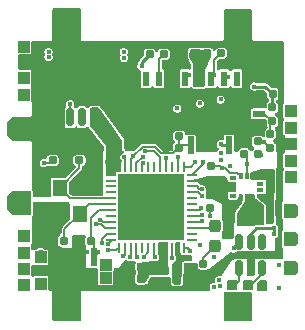
<source format=gbr>
%TF.GenerationSoftware,KiCad,Pcbnew,9.0.0*%
%TF.CreationDate,2025-03-28T18:18:21+01:00*%
%TF.ProjectId,cansatperso,63616e73-6174-4706-9572-736f2e6b6963,rev?*%
%TF.SameCoordinates,Original*%
%TF.FileFunction,Copper,L1,Top*%
%TF.FilePolarity,Positive*%
%FSLAX46Y46*%
G04 Gerber Fmt 4.6, Leading zero omitted, Abs format (unit mm)*
G04 Created by KiCad (PCBNEW 9.0.0) date 2025-03-28 18:18:21*
%MOMM*%
%LPD*%
G01*
G04 APERTURE LIST*
G04 Aperture macros list*
%AMRoundRect*
0 Rectangle with rounded corners*
0 $1 Rounding radius*
0 $2 $3 $4 $5 $6 $7 $8 $9 X,Y pos of 4 corners*
0 Add a 4 corners polygon primitive as box body*
4,1,4,$2,$3,$4,$5,$6,$7,$8,$9,$2,$3,0*
0 Add four circle primitives for the rounded corners*
1,1,$1+$1,$2,$3*
1,1,$1+$1,$4,$5*
1,1,$1+$1,$6,$7*
1,1,$1+$1,$8,$9*
0 Add four rect primitives between the rounded corners*
20,1,$1+$1,$2,$3,$4,$5,0*
20,1,$1+$1,$4,$5,$6,$7,0*
20,1,$1+$1,$6,$7,$8,$9,0*
20,1,$1+$1,$8,$9,$2,$3,0*%
%AMOutline5P*
0 Free polygon, 5 corners , with rotation*
0 The origin of the aperture is its center*
0 number of corners: always 5*
0 $1 to $10 corner X, Y*
0 $11 Rotation angle, in degrees counterclockwise*
0 create outline with 5 corners*
4,1,5,$1,$2,$3,$4,$5,$6,$7,$8,$9,$10,$1,$2,$11*%
%AMOutline6P*
0 Free polygon, 6 corners , with rotation*
0 The origin of the aperture is its center*
0 number of corners: always 6*
0 $1 to $12 corner X, Y*
0 $13 Rotation angle, in degrees counterclockwise*
0 create outline with 6 corners*
4,1,6,$1,$2,$3,$4,$5,$6,$7,$8,$9,$10,$11,$12,$1,$2,$13*%
%AMOutline7P*
0 Free polygon, 7 corners , with rotation*
0 The origin of the aperture is its center*
0 number of corners: always 7*
0 $1 to $14 corner X, Y*
0 $15 Rotation angle, in degrees counterclockwise*
0 create outline with 7 corners*
4,1,7,$1,$2,$3,$4,$5,$6,$7,$8,$9,$10,$11,$12,$13,$14,$1,$2,$15*%
%AMOutline8P*
0 Free polygon, 8 corners , with rotation*
0 The origin of the aperture is its center*
0 number of corners: always 8*
0 $1 to $16 corner X, Y*
0 $17 Rotation angle, in degrees counterclockwise*
0 create outline with 8 corners*
4,1,8,$1,$2,$3,$4,$5,$6,$7,$8,$9,$10,$11,$12,$13,$14,$15,$16,$1,$2,$17*%
%AMFreePoly0*
4,1,7,1.000000,0.600000,1.000000,-1.000000,-1.000000,-1.000000,-1.000000,0.600000,-0.600000,1.000000,0.600000,1.000000,1.000000,0.600000,1.000000,0.600000,$1*%
G04 Aperture macros list end*
%TA.AperFunction,Conductor*%
%ADD10C,0.200000*%
%TD*%
%TA.AperFunction,SMDPad,CuDef*%
%ADD11R,1.000000X1.000000*%
%TD*%
%TA.AperFunction,SMDPad,CuDef*%
%ADD12RoundRect,0.150000X-0.150000X-0.625000X0.150000X-0.625000X0.150000X0.625000X-0.150000X0.625000X0*%
%TD*%
%TA.AperFunction,SMDPad,CuDef*%
%ADD13RoundRect,0.250000X-0.350000X-0.650000X0.350000X-0.650000X0.350000X0.650000X-0.350000X0.650000X0*%
%TD*%
%TA.AperFunction,SMDPad,CuDef*%
%ADD14RoundRect,0.160000X-0.197500X-0.160000X0.197500X-0.160000X0.197500X0.160000X-0.197500X0.160000X0*%
%TD*%
%TA.AperFunction,ComponentPad*%
%ADD15C,2.200000*%
%TD*%
%TA.AperFunction,SMDPad,CuDef*%
%ADD16R,0.550000X1.500000*%
%TD*%
%TA.AperFunction,SMDPad,CuDef*%
%ADD17RoundRect,0.155000X0.155000X-0.212500X0.155000X0.212500X-0.155000X0.212500X-0.155000X-0.212500X0*%
%TD*%
%TA.AperFunction,SMDPad,CuDef*%
%ADD18R,1.200000X1.400000*%
%TD*%
%TA.AperFunction,SMDPad,CuDef*%
%ADD19RoundRect,0.155000X-0.212500X-0.155000X0.212500X-0.155000X0.212500X0.155000X-0.212500X0.155000X0*%
%TD*%
%TA.AperFunction,ComponentPad*%
%ADD20Outline6P,-0.600000X0.360000X-0.360000X0.600000X0.360000X0.600000X0.600000X0.360000X0.600000X-0.600000X-0.600000X-0.600000X270.000000*%
%TD*%
%TA.AperFunction,SMDPad,CuDef*%
%ADD21RoundRect,0.155000X0.212500X0.155000X-0.212500X0.155000X-0.212500X-0.155000X0.212500X-0.155000X0*%
%TD*%
%TA.AperFunction,ComponentPad*%
%ADD22FreePoly0,90.000000*%
%TD*%
%TA.AperFunction,SMDPad,CuDef*%
%ADD23RoundRect,0.160000X0.197500X0.160000X-0.197500X0.160000X-0.197500X-0.160000X0.197500X-0.160000X0*%
%TD*%
%TA.AperFunction,SMDPad,CuDef*%
%ADD24RoundRect,0.237500X0.237500X-0.287500X0.237500X0.287500X-0.237500X0.287500X-0.237500X-0.287500X0*%
%TD*%
%TA.AperFunction,SMDPad,CuDef*%
%ADD25RoundRect,0.160000X-0.160000X0.197500X-0.160000X-0.197500X0.160000X-0.197500X0.160000X0.197500X0*%
%TD*%
%TA.AperFunction,SMDPad,CuDef*%
%ADD26R,0.600000X1.250000*%
%TD*%
%TA.AperFunction,SMDPad,CuDef*%
%ADD27R,1.200000X3.790000*%
%TD*%
%TA.AperFunction,SMDPad,CuDef*%
%ADD28R,1.450000X1.400000*%
%TD*%
%TA.AperFunction,SMDPad,CuDef*%
%ADD29R,1.000000X0.600000*%
%TD*%
%TA.AperFunction,SMDPad,CuDef*%
%ADD30R,0.950000X0.850000*%
%TD*%
%TA.AperFunction,SMDPad,CuDef*%
%ADD31RoundRect,0.150000X0.150000X-0.512500X0.150000X0.512500X-0.150000X0.512500X-0.150000X-0.512500X0*%
%TD*%
%TA.AperFunction,SMDPad,CuDef*%
%ADD32RoundRect,0.062500X-0.375000X-0.062500X0.375000X-0.062500X0.375000X0.062500X-0.375000X0.062500X0*%
%TD*%
%TA.AperFunction,SMDPad,CuDef*%
%ADD33RoundRect,0.062500X-0.062500X-0.375000X0.062500X-0.375000X0.062500X0.375000X-0.062500X0.375000X0*%
%TD*%
%TA.AperFunction,HeatsinkPad*%
%ADD34R,5.600000X5.600000*%
%TD*%
%TA.AperFunction,SMDPad,CuDef*%
%ADD35RoundRect,0.160000X0.160000X-0.197500X0.160000X0.197500X-0.160000X0.197500X-0.160000X-0.197500X0*%
%TD*%
%TA.AperFunction,SMDPad,CuDef*%
%ADD36R,0.575000X0.350000*%
%TD*%
%TA.AperFunction,SMDPad,CuDef*%
%ADD37R,0.350000X0.575000*%
%TD*%
%TA.AperFunction,ViaPad*%
%ADD38C,0.400000*%
%TD*%
%TA.AperFunction,Conductor*%
%ADD39C,0.150000*%
%TD*%
%TA.AperFunction,Conductor*%
%ADD40C,0.250000*%
%TD*%
G04 APERTURE END LIST*
D10*
%TO.N,I2C1_SCL*%
X177000000Y-78300000D02*
X177000000Y-79100000D01*
%TD*%
D11*
%TO.P,,1*%
%TO.N,ADC1_IN2_CURR*%
X174500000Y-91300000D03*
%TD*%
D12*
%TO.P,J5,1,Pin_1*%
%TO.N,GND*%
X176000000Y-79425000D03*
%TO.P,J5,2,Pin_2*%
%TO.N,I2C1_SCL*%
X177000000Y-79425000D03*
%TO.P,J5,3,Pin_3*%
%TO.N,I2C1_SDA*%
X178000000Y-79425000D03*
%TO.P,J5,4,Pin_4*%
%TO.N,+3.3V*%
X179000000Y-79425000D03*
D13*
%TO.P,J5,MP*%
%TO.N,GND*%
X174700000Y-76900000D03*
X180300000Y-76900000D03*
%TD*%
D14*
%TO.P,R8,1*%
%TO.N,+3.3V*%
X183732500Y-74100000D03*
%TO.P,R8,2*%
%TO.N,SPI1_MISO_SD*%
X184927500Y-74100000D03*
%TD*%
D15*
%TO.P,,1,1*%
%TO.N,GND*%
X176700000Y-71600000D03*
%TD*%
D16*
%TO.P,SW1,1,1*%
%TO.N,GND*%
X175770000Y-91295000D03*
%TO.P,SW1,2,2*%
%TO.N,NRST*%
X179020000Y-91295000D03*
%TD*%
D11*
%TO.P,1,1*%
%TO.N,GND*%
X173080000Y-74720000D03*
%TD*%
D17*
%TO.P,C7,1*%
%TO.N,GND*%
X185020000Y-93557500D03*
%TO.P,C7,2*%
%TO.N,+3.3V*%
X185020000Y-92422500D03*
%TD*%
D15*
%TO.P,,1,1*%
%TO.N,GND*%
X191200000Y-95400000D03*
%TD*%
D18*
%TO.P,Y1,1,1*%
%TO.N,Net-(U1-PF0)*%
X176110000Y-85390000D03*
%TO.P,Y1,2,2*%
%TO.N,GND*%
X176110000Y-87590000D03*
%TO.P,Y1,3,3*%
%TO.N,Net-(U1-PF1)*%
X177810000Y-87590000D03*
%TO.P,Y1,4,4*%
%TO.N,GND*%
X177810000Y-85390000D03*
%TD*%
D19*
%TO.P,C2,1*%
%TO.N,GND*%
X177652500Y-89920000D03*
%TO.P,C2,2*%
%TO.N,NRST*%
X178787500Y-89920000D03*
%TD*%
D20*
%TO.P,REF\u002A\u002A2,1*%
%TO.N,TIM3_CHI_PWM4*%
X195660000Y-87340000D03*
%TD*%
D21*
%TO.P,C6,1*%
%TO.N,GND*%
X182035000Y-81870000D03*
%TO.P,C6,2*%
%TO.N,+3.3V*%
X180900000Y-81870000D03*
%TD*%
%TO.P,C12,1*%
%TO.N,Net-(U1-PF1)*%
X176507500Y-89920000D03*
%TO.P,C12,2*%
%TO.N,GND*%
X175372500Y-89920000D03*
%TD*%
D19*
%TO.P,C10,1*%
%TO.N,GND*%
X181862500Y-93140000D03*
%TO.P,C10,2*%
%TO.N,+3.3V*%
X182997500Y-93140000D03*
%TD*%
D22*
%TO.P,,1*%
%TO.N,GND*%
X172680000Y-80400000D03*
%TD*%
D11*
%TO.P,7,1*%
%TO.N,+3.3V*%
X195700000Y-80300000D03*
%TD*%
D23*
%TO.P,R2,1*%
%TO.N,USART3_RX*%
X186237500Y-81030000D03*
%TO.P,R2,2*%
%TO.N,GND*%
X185042500Y-81030000D03*
%TD*%
D11*
%TO.P,2,1*%
%TO.N,+3.3V*%
X173070000Y-76130000D03*
%TD*%
D19*
%TO.P,C1,1*%
%TO.N,+3.3V*%
X190569500Y-88132000D03*
%TO.P,C1,2*%
%TO.N,GND*%
X191704500Y-88132000D03*
%TD*%
D11*
%TO.P,8,1*%
%TO.N,+5V*%
X195700000Y-78900000D03*
%TD*%
%TO.P,4,1*%
%TO.N,I2C3_SCL_ACCEL*%
X195700000Y-84500000D03*
%TD*%
D21*
%TO.P,C16,1*%
%TO.N,+3.3V*%
X187467500Y-74010000D03*
%TO.P,C16,2*%
%TO.N,GND*%
X186332500Y-74010000D03*
%TD*%
D24*
%TO.P,D3,1,K*%
%TO.N,Net-(D3-K)*%
X189300000Y-90355000D03*
%TO.P,D3,2,A*%
%TO.N,Net-(D3-A)*%
X189300000Y-88605000D03*
%TD*%
D17*
%TO.P,C8,1*%
%TO.N,GND*%
X184040000Y-93547500D03*
%TO.P,C8,2*%
%TO.N,+3.3V*%
X184040000Y-92412500D03*
%TD*%
D25*
%TO.P,R5,1*%
%TO.N,+3.3V*%
X194100000Y-78592500D03*
%TO.P,R5,2*%
%TO.N,Net-(J2-G3)*%
X194100000Y-79787500D03*
%TD*%
D11*
%TO.P,REF\u002A\u002A,1*%
%TO.N,USART3_RX*%
X180000000Y-93000000D03*
%TD*%
D23*
%TO.P,R9,1*%
%TO.N,+3.3V*%
X192914500Y-82522000D03*
%TO.P,R9,2*%
%TO.N,I2C3_SCL_ACCEL*%
X191719500Y-82522000D03*
%TD*%
D11*
%TO.P,3,1*%
%TO.N,GPIO_EXTI1*%
X173070000Y-77580000D03*
%TD*%
D17*
%TO.P,C15,1*%
%TO.N,+3.3V*%
X194150000Y-77457500D03*
%TO.P,C15,2*%
%TO.N,GND*%
X194150000Y-76322500D03*
%TD*%
D20*
%TO.P,REF\u002A\u002A1,5v*%
%TO.N,+5V*%
X195660000Y-89740000D03*
%TD*%
D11*
%TO.P,,1*%
%TO.N,+5V*%
X173070000Y-73460000D03*
%TD*%
%TO.P,2,1*%
%TO.N,SWDIO*%
X173070000Y-92300000D03*
%TD*%
%TO.P,5,1*%
%TO.N,I2C3_SDA_ACCEL*%
X195700000Y-83100000D03*
%TD*%
%TO.P,1,1*%
%TO.N,SWCLK{slash}I2C1_SDA*%
X173070000Y-90900000D03*
%TD*%
D19*
%TO.P,C11,1*%
%TO.N,+3.3V*%
X186022500Y-93260000D03*
%TO.P,C11,2*%
%TO.N,GND*%
X187157500Y-93260000D03*
%TD*%
D26*
%TO.P,J2,1,1*%
%TO.N,unconnected-(J2-Pad1)*%
X191110000Y-76155000D03*
%TO.P,J2,2,2*%
%TO.N,SPI1_CS_SD*%
X190010000Y-76155000D03*
%TO.P,J2,3,3*%
%TO.N,SPI1_MOSI_SD*%
X188910000Y-76155000D03*
%TO.P,J2,4,4*%
%TO.N,+3.3V*%
X187810000Y-76155000D03*
%TO.P,J2,5,5*%
%TO.N,SPI1_SCK_SD*%
X186710000Y-76155000D03*
%TO.P,J2,6,6*%
%TO.N,GND*%
X185610000Y-76155000D03*
%TO.P,J2,7,7*%
%TO.N,SPI1_MISO_SD*%
X184510000Y-76155000D03*
%TO.P,J2,8,8*%
%TO.N,unconnected-(J2-Pad8)*%
X183410000Y-76155000D03*
D27*
%TO.P,J2,9,G1*%
%TO.N,GND*%
X182260000Y-78635000D03*
D28*
%TO.P,J2,10,G2*%
X192735000Y-77880000D03*
D29*
%TO.P,J2,11,G3*%
%TO.N,Net-(J2-G3)*%
X192960000Y-79130000D03*
D30*
%TO.P,J2,12,G4*%
%TO.N,GND*%
X192035000Y-80105000D03*
%TD*%
D31*
%TO.P,U2,1,I/O1*%
%TO.N,USBD-*%
X191320000Y-92230000D03*
%TO.P,U2,2,GND*%
%TO.N,GND*%
X192270000Y-92230000D03*
%TO.P,U2,3,I/O2*%
%TO.N,USBD+*%
X193220000Y-92230000D03*
%TO.P,U2,4,I/O2*%
%TO.N,D+*%
X193220000Y-89955000D03*
%TO.P,U2,5,VBUS*%
%TO.N,+5V*%
X192270000Y-89955000D03*
%TO.P,U2,6,I/O1*%
%TO.N,D-*%
X191320000Y-89955000D03*
%TD*%
D15*
%TO.P,,1,1*%
%TO.N,GND*%
X176700000Y-95400000D03*
%TD*%
D11*
%TO.P,6,1*%
%TO.N,GND*%
X195700000Y-81700000D03*
%TD*%
D15*
%TO.P,,1,1*%
%TO.N,GND*%
X191200000Y-71600000D03*
%TD*%
D20*
%TO.P,REF\u002A\u002A,1*%
%TO.N,GND*%
X195660000Y-92190000D03*
%TD*%
D16*
%TO.P,SW2,1,1*%
%TO.N,USART3_RX*%
X187200000Y-81795000D03*
%TO.P,SW2,2,2*%
%TO.N,+3.3V*%
X190450000Y-81795000D03*
%TD*%
D25*
%TO.P,R6,1*%
%TO.N,Net-(J2-G3)*%
X193960000Y-80852500D03*
%TO.P,R6,2*%
%TO.N,SDDETECT*%
X193960000Y-82047500D03*
%TD*%
D17*
%TO.P,C4,1*%
%TO.N,GND*%
X188800000Y-87137500D03*
%TO.P,C4,2*%
%TO.N,+3.3V*%
X188800000Y-86002500D03*
%TD*%
D11*
%TO.P,,1*%
%TO.N,SWO*%
X173090000Y-89490000D03*
%TD*%
D21*
%TO.P,C17,1*%
%TO.N,+3.3V*%
X193907500Y-88120000D03*
%TO.P,C17,2*%
%TO.N,GND*%
X192772500Y-88120000D03*
%TD*%
D19*
%TO.P,C9,1*%
%TO.N,GND*%
X181872500Y-92090000D03*
%TO.P,C9,2*%
%TO.N,+3.3V*%
X183007500Y-92090000D03*
%TD*%
D32*
%TO.P,U1,1,VBAT*%
%TO.N,+3.3V*%
X180422500Y-84287500D03*
%TO.P,U1,2,PC13*%
%TO.N,unconnected-(U1-PC13-Pad2)*%
X180422500Y-84787500D03*
%TO.P,U1,3,PC14*%
%TO.N,unconnected-(U1-PC14-Pad3)*%
X180422500Y-85287500D03*
%TO.P,U1,4,PC15*%
%TO.N,unconnected-(U1-PC15-Pad4)*%
X180422500Y-85787500D03*
%TO.P,U1,5,PF0*%
%TO.N,Net-(U1-PF0)*%
X180422500Y-86287500D03*
%TO.P,U1,6,PF1*%
%TO.N,Net-(U1-PF1)*%
X180422500Y-86787500D03*
%TO.P,U1,7,PG10*%
%TO.N,NRST*%
X180422500Y-87287500D03*
%TO.P,U1,8,PA0*%
%TO.N,ADC1_IN1*%
X180422500Y-87787500D03*
%TO.P,U1,9,PA1*%
%TO.N,ADC1_IN2_CURR*%
X180422500Y-88287500D03*
%TO.P,U1,10,PA2*%
%TO.N,ADC1_IN3_VBAT*%
X180422500Y-88787500D03*
%TO.P,U1,11,PA3*%
%TO.N,LPUART1_RX_RADIO*%
X180422500Y-89287500D03*
%TO.P,U1,12,PA4*%
%TO.N,ADC2_IN17*%
X180422500Y-89787500D03*
D33*
%TO.P,U1,13,PA5*%
%TO.N,SPI1_SCK_SD*%
X181110000Y-90475000D03*
%TO.P,U1,14,PA6*%
%TO.N,SPI1_MISO_SD*%
X181610000Y-90475000D03*
%TO.P,U1,15,PA7*%
%TO.N,SPI1_MOSI_SD*%
X182110000Y-90475000D03*
%TO.P,U1,16,PC4*%
%TO.N,SPI1_CS_SD*%
X182610000Y-90475000D03*
%TO.P,U1,17,PB0*%
%TO.N,unconnected-(U1-PB0-Pad17)*%
X183110000Y-90475000D03*
%TO.P,U1,18,PB1*%
%TO.N,GPIO_EXTI1*%
X183610000Y-90475000D03*
%TO.P,U1,19,PB2*%
%TO.N,SDDETECT*%
X184110000Y-90475000D03*
%TO.P,U1,20,VREF+*%
%TO.N,+3.3V*%
X184610000Y-90475000D03*
%TO.P,U1,21,VDDA*%
X185110000Y-90475000D03*
%TO.P,U1,22,PB10*%
%TO.N,USART3_TX*%
X185610000Y-90475000D03*
%TO.P,U1,23,VDD*%
%TO.N,+3.3V*%
X186110000Y-90475000D03*
%TO.P,U1,24,PB11*%
%TO.N,LPUART1_TX_RADIO*%
X186610000Y-90475000D03*
D32*
%TO.P,U1,25,PB12*%
%TO.N,unconnected-(U1-PB12-Pad25)*%
X187297500Y-89787500D03*
%TO.P,U1,26,PB13*%
%TO.N,unconnected-(U1-PB13-Pad26)*%
X187297500Y-89287500D03*
%TO.P,U1,27,PB14*%
%TO.N,Net-(D3-A)*%
X187297500Y-88787500D03*
%TO.P,U1,28,PB15*%
%TO.N,PWEN*%
X187297500Y-88287500D03*
%TO.P,U1,29,PC6*%
%TO.N,TIM3_CHI_PWM4*%
X187297500Y-87787500D03*
%TO.P,U1,30,PA8*%
%TO.N,I2C3_SCL_ACCEL*%
X187297500Y-87287500D03*
%TO.P,U1,31,PA9*%
%TO.N,unconnected-(U1-PA9-Pad31)*%
X187297500Y-86787500D03*
%TO.P,U1,32,PA10*%
%TO.N,unconnected-(U1-PA10-Pad32)*%
X187297500Y-86287500D03*
%TO.P,U1,33,PA11*%
%TO.N,D-*%
X187297500Y-85787500D03*
%TO.P,U1,34,PA12*%
%TO.N,D+*%
X187297500Y-85287500D03*
%TO.P,U1,35,VDD*%
%TO.N,+3.3V*%
X187297500Y-84787500D03*
%TO.P,U1,36,PA13*%
%TO.N,SWDIO*%
X187297500Y-84287500D03*
D33*
%TO.P,U1,37,PA14*%
%TO.N,SWCLK{slash}I2C1_SDA*%
X186610000Y-83600000D03*
%TO.P,U1,38,PA15*%
%TO.N,I2C1_SCL*%
X186110000Y-83600000D03*
%TO.P,U1,39,PC10*%
%TO.N,unconnected-(U1-PC10-Pad39)*%
X185610000Y-83600000D03*
%TO.P,U1,40,PC11*%
%TO.N,I2C3_SDA_ACCEL*%
X185110000Y-83600000D03*
%TO.P,U1,41,PB3*%
%TO.N,SWO*%
X184610000Y-83600000D03*
%TO.P,U1,42,PB4*%
%TO.N,unconnected-(U1-PB4-Pad42)*%
X184110000Y-83600000D03*
%TO.P,U1,43,PB5*%
%TO.N,unconnected-(U1-PB5-Pad43)*%
X183610000Y-83600000D03*
%TO.P,U1,44,PB6*%
%TO.N,USART1_TX_GPS*%
X183110000Y-83600000D03*
%TO.P,U1,45,PB7*%
%TO.N,USART1_RX_GPS*%
X182610000Y-83600000D03*
%TO.P,U1,46,PB8*%
%TO.N,USART3_RX*%
X182110000Y-83600000D03*
%TO.P,U1,47,PB9*%
%TO.N,I2C1_SDA*%
X181610000Y-83600000D03*
%TO.P,U1,48,VDD*%
%TO.N,+3.3V*%
X181110000Y-83600000D03*
D34*
%TO.P,U1,49,VSS*%
%TO.N,GND*%
X183860000Y-87037500D03*
%TD*%
D21*
%TO.P,C30,1*%
%TO.N,GND*%
X176647500Y-83080000D03*
%TO.P,C30,2*%
%TO.N,ADC1_IN3_VBAT*%
X175512500Y-83080000D03*
%TD*%
%TO.P,C13,1*%
%TO.N,GND*%
X178917500Y-83080000D03*
%TO.P,C13,2*%
%TO.N,Net-(U1-PF0)*%
X177782500Y-83080000D03*
%TD*%
D11*
%TO.P,3,1*%
%TO.N,NRST*%
X173080000Y-93590000D03*
%TD*%
D22*
%TO.P,REF\u002A\u002A,1*%
%TO.N,VIN*%
X172675000Y-86705000D03*
%TD*%
D35*
%TO.P,R20,1*%
%TO.N,GND*%
X188270000Y-93055000D03*
%TO.P,R20,2*%
%TO.N,Net-(D3-K)*%
X188270000Y-91860000D03*
%TD*%
D21*
%TO.P,C5,1*%
%TO.N,GND*%
X187187500Y-92250000D03*
%TO.P,C5,2*%
%TO.N,+3.3V*%
X186052500Y-92250000D03*
%TD*%
%TO.P,C14,1*%
%TO.N,SDDETECT*%
X192897500Y-81470000D03*
%TO.P,C14,2*%
%TO.N,GND*%
X191762500Y-81470000D03*
%TD*%
D25*
%TO.P,R10,1*%
%TO.N,I2C3_SDA_ACCEL*%
X188897000Y-83564500D03*
%TO.P,R10,2*%
%TO.N,+3.3V*%
X188897000Y-84759500D03*
%TD*%
D11*
%TO.P,,1*%
%TO.N,USART3_TX*%
X180020000Y-91900000D03*
%TD*%
D19*
%TO.P,C3,1*%
%TO.N,GND*%
X185072500Y-82000000D03*
%TO.P,C3,2*%
%TO.N,USART3_RX*%
X186207500Y-82000000D03*
%TD*%
D36*
%TO.P,IC1,1,SAO*%
%TO.N,unconnected-(IC1-SAO-Pad1)*%
X190774000Y-84580000D03*
%TO.P,IC1,2,RSVD_1*%
%TO.N,+3.3V*%
X190774000Y-85080000D03*
%TO.P,IC1,3,RSVD_2*%
X190774000Y-85580000D03*
%TO.P,IC1,4,INT_0*%
%TO.N,unconnected-(IC1-INT_0-Pad4)*%
X190774000Y-86080000D03*
D37*
%TO.P,IC1,5,VDD_IO*%
%TO.N,+3.3V*%
X191437000Y-86242000D03*
%TO.P,IC1,6,GND_1*%
%TO.N,GND*%
X191937000Y-86242000D03*
%TO.P,IC1,7,GND_2*%
X192437000Y-86242000D03*
D36*
%TO.P,IC1,8,VDD*%
%TO.N,+3.3V*%
X193100000Y-86080000D03*
%TO.P,IC1,9,INT_1*%
%TO.N,unconnected-(IC1-INT_1-Pad9)*%
X193100000Y-85580000D03*
%TO.P,IC1,10,RSVD_3*%
%TO.N,unconnected-(IC1-RSVD_3-Pad10)*%
X193100000Y-85080000D03*
%TO.P,IC1,11,RSVD_4*%
%TO.N,+3.3V*%
X193100000Y-84580000D03*
D37*
%TO.P,IC1,12,CS*%
X192437000Y-84418000D03*
%TO.P,IC1,13,SCL*%
%TO.N,I2C3_SCL_ACCEL*%
X191937000Y-84418000D03*
%TO.P,IC1,14,SDA*%
%TO.N,I2C3_SDA_ACCEL*%
X191437000Y-84418000D03*
%TD*%
D14*
%TO.P,R7,1*%
%TO.N,+3.3V*%
X188582500Y-74030000D03*
%TO.P,R7,2*%
%TO.N,SPI1_MOSI_SD*%
X189777500Y-74030000D03*
%TD*%
D11*
%TO.P,,1*%
%TO.N,ADC2_IN17*%
X174500000Y-93520000D03*
%TD*%
D38*
%TO.N,+3.3V*%
X190420521Y-89010521D03*
%TO.N,ADC1_IN2_CURR*%
X174500000Y-90800000D03*
%TO.N,+3.3V*%
X179000000Y-79425000D03*
%TO.N,GND*%
X176000000Y-79425000D03*
%TO.N,I2C1_SDA*%
X178000000Y-79425000D03*
X181600000Y-82800000D03*
%TO.N,GND*%
X176360000Y-93120000D03*
X184730000Y-85210000D03*
X176140000Y-82470000D03*
X194760000Y-76690000D03*
X195710000Y-81720000D03*
X192250000Y-88020000D03*
X182160000Y-85940000D03*
X188060000Y-80840000D03*
X191100000Y-73300000D03*
X174140000Y-76740000D03*
X186860000Y-77390000D03*
X182600000Y-73300000D03*
X189650000Y-79120000D03*
X190880000Y-79060000D03*
X175390000Y-93170000D03*
X194680000Y-91940000D03*
X180900000Y-73300000D03*
X185500000Y-89530000D03*
X183680000Y-78680000D03*
X178400000Y-90820000D03*
X173080000Y-74720000D03*
X186880000Y-77930000D03*
X186810000Y-92670000D03*
X182750000Y-85180000D03*
X194760000Y-85190000D03*
X186380000Y-89540000D03*
X183870000Y-86560000D03*
X185770000Y-86240000D03*
X175330000Y-93790000D03*
X182730000Y-75760000D03*
X179340000Y-84110000D03*
X191820000Y-87500000D03*
X192290000Y-91270000D03*
X177500000Y-73300000D03*
X188800000Y-87800000D03*
X174340000Y-78550000D03*
X183840000Y-85180000D03*
X176300000Y-92500000D03*
X183670000Y-77690000D03*
X187970000Y-90257500D03*
X178860000Y-92680000D03*
X187700000Y-73300000D03*
X184670000Y-89530000D03*
X184040000Y-93547500D03*
X182700000Y-93770000D03*
X194580000Y-91267500D03*
X189400000Y-73300000D03*
X174340000Y-80170000D03*
X178930000Y-93810000D03*
X189690000Y-80400000D03*
X182750000Y-86610000D03*
X179200000Y-73300000D03*
X181370000Y-87230000D03*
X192770000Y-77880000D03*
X178130000Y-84070000D03*
X181100000Y-79200000D03*
X192420000Y-91820000D03*
X189020000Y-78290000D03*
X174000000Y-90300000D03*
X183600000Y-79750000D03*
X191330000Y-77620000D03*
X185670000Y-85170000D03*
X181840000Y-86720000D03*
X194760000Y-80090000D03*
X181000000Y-93770000D03*
X177480000Y-92630000D03*
X184300000Y-73300000D03*
X177600000Y-93770000D03*
X186000000Y-73300000D03*
X188010000Y-79360000D03*
X192600000Y-87500000D03*
%TO.N,+3.3V*%
X193380000Y-84040000D03*
X190050000Y-89495521D03*
X189750000Y-81710000D03*
X193800000Y-86700000D03*
X189950000Y-84530000D03*
X187800000Y-75020000D03*
X190070000Y-85070000D03*
X193830000Y-84270000D03*
X195710000Y-80320000D03*
X173070000Y-76130000D03*
X186180000Y-91660000D03*
X188320000Y-75010000D03*
X185110000Y-91730000D03*
X181090000Y-83220000D03*
X192570000Y-76830000D03*
X183050000Y-75090000D03*
X193816587Y-87131306D03*
X187000000Y-91430000D03*
X193150000Y-82610000D03*
X185020000Y-92422500D03*
X180140000Y-83220000D03*
%TO.N,NRST*%
X173080000Y-93590000D03*
X179380000Y-90850660D03*
%TO.N,USART3_RX*%
X180000000Y-93270000D03*
%TO.N,SDDETECT*%
X193396250Y-81483750D03*
X184190000Y-91260000D03*
%TO.N,+5V*%
X189147500Y-91280000D03*
X193490000Y-93810000D03*
X181560000Y-74390000D03*
X173070000Y-73460000D03*
X181541494Y-73890340D03*
X175170000Y-73890000D03*
X175170000Y-74330000D03*
X194280000Y-88840000D03*
X194280000Y-89310000D03*
X195710000Y-78920000D03*
%TO.N,ADC1_IN3_VBAT*%
X174770000Y-83300000D03*
X179180000Y-88470000D03*
%TO.N,ADC1_IN2_CURR*%
X179541191Y-88089171D03*
%TO.N,I2C3_SDA_ACCEL*%
X185110000Y-82870000D03*
X195710000Y-83120000D03*
X189860000Y-83705000D03*
%TO.N,I2C1_SCL*%
X177000000Y-78300000D03*
%TO.N,I2C3_SCL_ACCEL*%
X188090000Y-87150000D03*
X191937000Y-83410000D03*
X195710000Y-84520000D03*
%TO.N,3.3VEN*%
X189655249Y-93721215D03*
X189160000Y-93790000D03*
X189740000Y-77920000D03*
X190530166Y-83559834D03*
X189610000Y-93200000D03*
%TO.N,SPI1_CS_SD*%
X182650000Y-91240000D03*
X190330000Y-76010000D03*
%TO.N,SPI1_MISO_SD*%
X181480000Y-91210000D03*
X184510000Y-76050000D03*
%TO.N,SPI1_SCK_SD*%
X180225170Y-90704168D03*
X187020000Y-75880000D03*
%TO.N,SPI1_MOSI_SD*%
X189220000Y-75840000D03*
X182060000Y-91220000D03*
%TO.N,USART1_RX_GPS*%
X189730000Y-83060000D03*
X183132230Y-82772331D03*
%TO.N,USART1_TX_GPS*%
X183185000Y-83269541D03*
X189760000Y-82490000D03*
%TO.N,LPUART1_RX_RADIO*%
X186065000Y-78680000D03*
X179690000Y-90100000D03*
%TO.N,LPUART1_TX_RADIO*%
X187160000Y-90760000D03*
X187976943Y-78256943D03*
%TO.N,GPIO_EXTI1*%
X173070000Y-77580000D03*
X183230000Y-91230000D03*
%TO.N,SWO*%
X183310000Y-82305000D03*
X173090000Y-89490000D03*
%TO.N,SWDIO*%
X188230000Y-83220000D03*
X173070000Y-92300000D03*
%TO.N,I2C1_SCL*%
X186100000Y-82800000D03*
%TO.N,SWCLK{slash}I2C1_SDA*%
X173070000Y-90900000D03*
X187585000Y-83220000D03*
%TO.N,TIM3_CHI_PWM4*%
X188120000Y-87730000D03*
%TO.N,USART3_TX*%
X185620000Y-91330000D03*
X180020000Y-92060000D03*
%TO.N,D+*%
X193220000Y-89955000D03*
X188120000Y-85490000D03*
%TO.N,D-*%
X190860000Y-90540000D03*
X188150000Y-86110000D03*
%TO.N,PWEN*%
X188180000Y-88240000D03*
X194690000Y-93860000D03*
%TO.N,USBD+*%
X192060000Y-93870000D03*
%TO.N,USBD-*%
X190740000Y-93860000D03*
%TO.N,ADC2_IN17*%
X180190000Y-90150000D03*
X174500000Y-93530000D03*
%TO.N,USART3_RX*%
X182345000Y-82715000D03*
%TD*%
D39*
%TO.N,I2C1_SDA*%
X181610000Y-82810000D02*
X181600000Y-82800000D01*
X181610000Y-83600000D02*
X181610000Y-82810000D01*
%TO.N,GND*%
X188800000Y-87137500D02*
X188800000Y-87800000D01*
D40*
%TO.N,+3.3V*%
X190774000Y-85080000D02*
X190774000Y-85580000D01*
X188800000Y-84856500D02*
X188897000Y-84759500D01*
X189835000Y-81795000D02*
X190450000Y-81795000D01*
X189750000Y-81710000D02*
X189835000Y-81795000D01*
X194100000Y-77507500D02*
X194150000Y-77457500D01*
X193522500Y-76830000D02*
X194150000Y-77457500D01*
X194100000Y-78592500D02*
X194100000Y-77507500D01*
X183050000Y-74782500D02*
X183732500Y-74100000D01*
D39*
X182997500Y-92100000D02*
X183007500Y-92090000D01*
D40*
X192570000Y-76830000D02*
X193522500Y-76830000D01*
X188869000Y-84787500D02*
X188897000Y-84759500D01*
X183050000Y-75090000D02*
X183050000Y-74782500D01*
D39*
%TO.N,NRST*%
X179380000Y-90935000D02*
X179020000Y-91295000D01*
X180420000Y-87290000D02*
X180422500Y-87287500D01*
X179020000Y-90152500D02*
X178787500Y-89920000D01*
X178787500Y-89920000D02*
X178787500Y-87962500D01*
X178787500Y-87962500D02*
X179460000Y-87290000D01*
X179380000Y-90850660D02*
X179380000Y-90935000D01*
X179020000Y-91295000D02*
X179020000Y-90152500D01*
X179460000Y-87290000D02*
X180420000Y-87290000D01*
%TO.N,USART3_RX*%
X185722500Y-82485000D02*
X184719014Y-82485000D01*
X183130000Y-81930000D02*
X182345000Y-82715000D01*
X186237500Y-81970000D02*
X186207500Y-82000000D01*
X186412500Y-81795000D02*
X186207500Y-82000000D01*
X184719014Y-82485000D02*
X184164014Y-81930000D01*
X182345000Y-82715000D02*
X182110000Y-82950000D01*
X187200000Y-81795000D02*
X186412500Y-81795000D01*
X182110000Y-82950000D02*
X182110000Y-83600000D01*
X186237500Y-81030000D02*
X186237500Y-81970000D01*
X184164014Y-81930000D02*
X183130000Y-81930000D01*
X186207500Y-82000000D02*
X185722500Y-82485000D01*
%TO.N,Net-(U1-PF1)*%
X176507500Y-88892500D02*
X177810000Y-87590000D01*
X176507500Y-89920000D02*
X176507500Y-88892500D01*
X180422500Y-86787500D02*
X178612500Y-86787500D01*
X178612500Y-86787500D02*
X177810000Y-87590000D01*
%TO.N,Net-(U1-PF0)*%
X177782500Y-83717500D02*
X176110000Y-85390000D01*
X176110000Y-85390000D02*
X177007500Y-86287500D01*
X177782500Y-83080000D02*
X177782500Y-83717500D01*
X177007500Y-86287500D02*
X180422500Y-86287500D01*
%TO.N,SDDETECT*%
X184190000Y-91260000D02*
X184110000Y-91180000D01*
X193396250Y-81483750D02*
X193960000Y-82047500D01*
X184110000Y-91180000D02*
X184110000Y-90475000D01*
X192897500Y-81470000D02*
X193382500Y-81470000D01*
X193382500Y-81470000D02*
X193396250Y-81483750D01*
D40*
%TO.N,+5V*%
X194280000Y-88840000D02*
X192722501Y-88840000D01*
X192270000Y-89292501D02*
X192270000Y-89955000D01*
X192722501Y-88840000D02*
X192270000Y-89292501D01*
X194280000Y-89310000D02*
X194280000Y-88840000D01*
D39*
%TO.N,ADC1_IN3_VBAT*%
X179985001Y-88787500D02*
X180422500Y-88787500D01*
X174770000Y-83300000D02*
X175292500Y-83300000D01*
X175292500Y-83300000D02*
X175512500Y-83080000D01*
X179704278Y-88537500D02*
X179735001Y-88537500D01*
X179180000Y-88470000D02*
X179636778Y-88470000D01*
X179735001Y-88537500D02*
X179985001Y-88787500D01*
X179636778Y-88470000D02*
X179704278Y-88537500D01*
%TO.N,ADC1_IN2_CURR*%
X179807832Y-88287500D02*
X180422500Y-88287500D01*
X179541191Y-88089171D02*
X179672020Y-88220000D01*
X179672020Y-88220000D02*
X179740332Y-88220000D01*
X179740332Y-88220000D02*
X179807832Y-88287500D01*
%TO.N,Net-(D3-K)*%
X189300000Y-90355000D02*
X188270000Y-91385000D01*
X188270000Y-91385000D02*
X188270000Y-91860000D01*
%TO.N,Net-(D3-A)*%
X187297500Y-88787500D02*
X189117500Y-88787500D01*
X189117500Y-88787500D02*
X189300000Y-88605000D01*
%TO.N,I2C3_SDA_ACCEL*%
X188897000Y-83564500D02*
X189719500Y-83564500D01*
X191149000Y-84130000D02*
X191437000Y-84418000D01*
X189860000Y-83705000D02*
X190145000Y-83705000D01*
X185110000Y-82870000D02*
X185110000Y-83600000D01*
X190145000Y-83705000D02*
X190570000Y-84130000D01*
X190570000Y-84130000D02*
X191149000Y-84130000D01*
X189719500Y-83564500D02*
X189860000Y-83705000D01*
%TO.N,I2C3_SCL_ACCEL*%
X191937000Y-83410000D02*
X191937000Y-84418000D01*
X191719500Y-82522000D02*
X191937000Y-82739500D01*
X187952500Y-87287500D02*
X188090000Y-87150000D01*
X187297500Y-87287500D02*
X187952500Y-87287500D01*
X191937000Y-82739500D02*
X191937000Y-83410000D01*
%TO.N,SPI1_CS_SD*%
X182610000Y-91200000D02*
X182650000Y-91240000D01*
X182610000Y-90475000D02*
X182610000Y-91200000D01*
%TO.N,SPI1_MISO_SD*%
X184927500Y-74100000D02*
X184887500Y-74100000D01*
X181610000Y-90475000D02*
X181610000Y-91080000D01*
X184510000Y-74477500D02*
X184510000Y-76050000D01*
X181610000Y-91080000D02*
X181480000Y-91210000D01*
X184510000Y-76050000D02*
X184510000Y-76155000D01*
X184887500Y-74100000D02*
X184510000Y-74477500D01*
%TO.N,Net-(J2-G3)*%
X193442500Y-79130000D02*
X194100000Y-79787500D01*
X193960000Y-80852500D02*
X193960000Y-79927500D01*
X192960000Y-79130000D02*
X193442500Y-79130000D01*
X193960000Y-79927500D02*
X194100000Y-79787500D01*
%TO.N,SPI1_SCK_SD*%
X180225170Y-90704168D02*
X180880832Y-90704168D01*
X180880832Y-90704168D02*
X181110000Y-90475000D01*
%TO.N,SPI1_MOSI_SD*%
X189220000Y-75840000D02*
X189220000Y-74587500D01*
X182110000Y-91170000D02*
X182060000Y-91220000D01*
X182110000Y-90475000D02*
X182110000Y-91170000D01*
X189220000Y-74587500D02*
X189777500Y-74030000D01*
X189220000Y-75840000D02*
X188910000Y-76150000D01*
X188910000Y-76150000D02*
X188910000Y-76155000D01*
%TO.N,USART1_RX_GPS*%
X182610000Y-83294561D02*
X182610000Y-83600000D01*
X183132230Y-82772331D02*
X182610000Y-83294561D01*
%TO.N,USART1_TX_GPS*%
X183165351Y-83269541D02*
X183110000Y-83324892D01*
X183110000Y-83324892D02*
X183110000Y-83600000D01*
X183185000Y-83269541D02*
X183165351Y-83269541D01*
%TO.N,LPUART1_RX_RADIO*%
X179690000Y-90100000D02*
X179690000Y-89744892D01*
X179690000Y-89744892D02*
X180147392Y-89287500D01*
X180147392Y-89287500D02*
X180422500Y-89287500D01*
%TO.N,LPUART1_TX_RADIO*%
X186875000Y-90475000D02*
X187160000Y-90760000D01*
X186610000Y-90475000D02*
X186875000Y-90475000D01*
%TO.N,GPIO_EXTI1*%
X183610000Y-90475000D02*
X183610000Y-90850000D01*
X183610000Y-90850000D02*
X183230000Y-91230000D01*
%TO.N,SWO*%
X184610000Y-82799669D02*
X184610000Y-83600000D01*
X183310000Y-82305000D02*
X184115331Y-82305000D01*
X184115331Y-82305000D02*
X184610000Y-82799669D01*
%TO.N,SWDIO*%
X188230000Y-83355000D02*
X187297500Y-84287500D01*
X188230000Y-83220000D02*
X188230000Y-83355000D01*
%TO.N,I2C1_SCL*%
X186100000Y-82800000D02*
X186100000Y-83590000D01*
X186100000Y-83590000D02*
X186110000Y-83600000D01*
%TO.N,SWCLK{slash}I2C1_SDA*%
X187205000Y-83600000D02*
X186610000Y-83600000D01*
X187585000Y-83220000D02*
X187205000Y-83600000D01*
%TO.N,TIM3_CHI_PWM4*%
X188062500Y-87787500D02*
X188120000Y-87730000D01*
X187297500Y-87787500D02*
X188062500Y-87787500D01*
%TO.N,USART3_TX*%
X185610000Y-91320000D02*
X185610000Y-90475000D01*
X185620000Y-91330000D02*
X185610000Y-91320000D01*
D10*
%TO.N,D+*%
X188120000Y-85490000D02*
X187937499Y-85490000D01*
X187734999Y-85287500D02*
X187297500Y-85287500D01*
X187937499Y-85490000D02*
X187734999Y-85287500D01*
%TO.N,D-*%
X190860000Y-90540000D02*
X190860000Y-90415000D01*
X187827500Y-85787500D02*
X187297500Y-85787500D01*
X188150000Y-86110000D02*
X187827500Y-85787500D01*
X190860000Y-90415000D02*
X191320000Y-89955000D01*
D39*
%TO.N,PWEN*%
X188132500Y-88287500D02*
X188180000Y-88240000D01*
X187297500Y-88287500D02*
X188132500Y-88287500D01*
D10*
%TO.N,USBD+*%
X193220000Y-92710000D02*
X193220000Y-92230000D01*
X192060000Y-93870000D02*
X193220000Y-92710000D01*
%TO.N,USBD-*%
X191320000Y-93280000D02*
X190740000Y-93860000D01*
X191320000Y-92230000D02*
X191320000Y-93280000D01*
D39*
%TO.N,ADC2_IN17*%
X180422500Y-89917500D02*
X180190000Y-90150000D01*
X180422500Y-89787500D02*
X180422500Y-89917500D01*
%TD*%
%TA.AperFunction,Conductor*%
%TO.N,+3.3V*%
G36*
X185244785Y-90009685D02*
G01*
X185290540Y-90062489D01*
X185301734Y-90112241D01*
X185316034Y-91120478D01*
X185299437Y-91184231D01*
X185293387Y-91194710D01*
X185293386Y-91194711D01*
X185293386Y-91194712D01*
X185269500Y-91283856D01*
X185269500Y-91376144D01*
X185284802Y-91433250D01*
X185293386Y-91465287D01*
X185293388Y-91465292D01*
X185305476Y-91486230D01*
X185322076Y-91546469D01*
X185337861Y-92659241D01*
X185319129Y-92726553D01*
X185266979Y-92773052D01*
X185213873Y-92785000D01*
X184824624Y-92785000D01*
X184817469Y-92784793D01*
X184816874Y-92784759D01*
X184816870Y-92784758D01*
X184816838Y-92784757D01*
X184807919Y-92784500D01*
X184807902Y-92784500D01*
X183896636Y-92784500D01*
X183855834Y-92790000D01*
X183852674Y-92790426D01*
X183834589Y-92791528D01*
X183710001Y-92790000D01*
X183710000Y-92790000D01*
X183709999Y-92790000D01*
X183709999Y-92790001D01*
X183642040Y-92947761D01*
X183639066Y-92954157D01*
X183437435Y-93357420D01*
X183434593Y-93360474D01*
X183433589Y-93364524D01*
X183410998Y-93385840D01*
X183389848Y-93408579D01*
X183384941Y-93410429D01*
X183382772Y-93412476D01*
X183367698Y-93416930D01*
X183349359Y-93423846D01*
X183344405Y-93424773D01*
X183314937Y-93427848D01*
X183264852Y-93438413D01*
X183255483Y-93441433D01*
X183247760Y-93442880D01*
X183242064Y-93442306D01*
X183224927Y-93445000D01*
X182857637Y-93445000D01*
X182825544Y-93440775D01*
X182777299Y-93427848D01*
X182746144Y-93419500D01*
X182746143Y-93419500D01*
X182738294Y-93417397D01*
X182739115Y-93414330D01*
X182688871Y-93392088D01*
X182650415Y-93333754D01*
X182645032Y-93301088D01*
X182635641Y-92981822D01*
X182637911Y-92970221D01*
X182636636Y-92962082D01*
X182646149Y-92928104D01*
X182662276Y-92891579D01*
X182664582Y-92886948D01*
X182666160Y-92883524D01*
X182666164Y-92883519D01*
X182685804Y-92840920D01*
X182699393Y-92793764D01*
X182705149Y-92773791D01*
X182705152Y-92773777D01*
X182708147Y-92752172D01*
X182711229Y-92729943D01*
X182710425Y-92570006D01*
X182710087Y-92502650D01*
X182710086Y-92502648D01*
X182709977Y-92480822D01*
X182709957Y-92478995D01*
X182709907Y-92476014D01*
X182706169Y-92453693D01*
X182707507Y-92453494D01*
X182703086Y-92423797D01*
X182688471Y-92385206D01*
X182686447Y-92374205D01*
X182686538Y-92373324D01*
X182685866Y-92370776D01*
X182685488Y-92368339D01*
X182666001Y-92324206D01*
X182655585Y-92268057D01*
X182674949Y-91873027D01*
X182697891Y-91807036D01*
X182752872Y-91763922D01*
X182782220Y-91756217D01*
X184025182Y-91588627D01*
X184073842Y-91591740D01*
X184078183Y-91592903D01*
X184143856Y-91610500D01*
X184143858Y-91610500D01*
X184236142Y-91610500D01*
X184236144Y-91610500D01*
X184325288Y-91586614D01*
X184327218Y-91585500D01*
X184347383Y-91573857D01*
X184405212Y-91540469D01*
X184408774Y-91536906D01*
X184460000Y-91530000D01*
X184459153Y-91486527D01*
X184470469Y-91475212D01*
X184516614Y-91395288D01*
X184540500Y-91306144D01*
X184540500Y-91213856D01*
X184516614Y-91124712D01*
X184516611Y-91124706D01*
X184466406Y-91037750D01*
X184469276Y-91036092D01*
X184449642Y-90985323D01*
X184449235Y-90977407D01*
X184432463Y-90116415D01*
X184450838Y-90049005D01*
X184502741Y-90002230D01*
X184556439Y-89990000D01*
X185177746Y-89990000D01*
X185244785Y-90009685D01*
G37*
%TD.AperFunction*%
%TD*%
%TA.AperFunction,Conductor*%
%TO.N,+5V*%
G36*
X193576403Y-93193591D02*
G01*
X193622783Y-93245847D01*
X193634603Y-93297392D01*
X193641978Y-93997923D01*
X193623000Y-94065166D01*
X193570681Y-94111474D01*
X193517985Y-94123228D01*
X192925985Y-94123228D01*
X192858946Y-94103543D01*
X192813191Y-94050739D01*
X192801992Y-94000547D01*
X192801441Y-93948836D01*
X192797090Y-93539853D01*
X192816060Y-93472612D01*
X192833396Y-93450864D01*
X193069035Y-93215225D01*
X193130353Y-93181743D01*
X193155223Y-93178919D01*
X193509134Y-93174706D01*
X193576403Y-93193591D01*
G37*
%TD.AperFunction*%
%TD*%
%TA.AperFunction,Conductor*%
%TO.N,+3.3V*%
G36*
X194245426Y-83789685D02*
G01*
X194291181Y-83842489D01*
X194302360Y-83896592D01*
X194221623Y-87758853D01*
X194221624Y-87758868D01*
X194224609Y-87792604D01*
X194224611Y-87792612D01*
X194235148Y-87845286D01*
X194244687Y-87875411D01*
X194245378Y-87877595D01*
X194249499Y-87886929D01*
X194259434Y-87909427D01*
X194270000Y-87959514D01*
X194270000Y-88282587D01*
X194269768Y-88284097D01*
X194269979Y-88284866D01*
X194267698Y-88297613D01*
X194264315Y-88319703D01*
X194263729Y-88321570D01*
X194256733Y-88341624D01*
X194253220Y-88355067D01*
X194252315Y-88357956D01*
X194234489Y-88384602D01*
X194217978Y-88412074D01*
X194215193Y-88413448D01*
X194213467Y-88416029D01*
X194184073Y-88428804D01*
X194155322Y-88442993D01*
X194150258Y-88443502D01*
X194149388Y-88443881D01*
X194148282Y-88443701D01*
X194137443Y-88444792D01*
X193715839Y-88456504D01*
X193648279Y-88438689D01*
X193601076Y-88387176D01*
X193588406Y-88334124D01*
X193579824Y-87656177D01*
X193575859Y-86989931D01*
X193573443Y-86963536D01*
X193570874Y-86949144D01*
X193570000Y-86880000D01*
X193529655Y-86845572D01*
X193509105Y-86817557D01*
X193497025Y-86801087D01*
X193497021Y-86801083D01*
X193466039Y-86769492D01*
X193466038Y-86769491D01*
X193466032Y-86769485D01*
X193408383Y-86725448D01*
X193370877Y-86696797D01*
X193225019Y-86585378D01*
X193219807Y-86581169D01*
X192861009Y-86274994D01*
X192860980Y-86274950D01*
X192860931Y-86274928D01*
X192841613Y-86245310D01*
X192822791Y-86216504D01*
X192822780Y-86216436D01*
X192822761Y-86216406D01*
X192822184Y-86212490D01*
X192817503Y-86181506D01*
X192817500Y-86181061D01*
X192817500Y-86045572D01*
X192816526Y-86036727D01*
X192816483Y-86030337D01*
X192824412Y-86002641D01*
X192829458Y-85974272D01*
X192833911Y-85969464D01*
X192835715Y-85963166D01*
X192857357Y-85944155D01*
X192876941Y-85923016D01*
X192883474Y-85921214D01*
X192888209Y-85917056D01*
X192911039Y-85913616D01*
X192940480Y-85905500D01*
X193402320Y-85905500D01*
X193417991Y-85902382D01*
X193442182Y-85900000D01*
X193580000Y-85900000D01*
X193550000Y-84750000D01*
X193549999Y-84750000D01*
X193549998Y-84749999D01*
X193217814Y-84754489D01*
X193216138Y-84754500D01*
X192805141Y-84754500D01*
X192773585Y-84750417D01*
X192715990Y-84735260D01*
X192620001Y-84710000D01*
X192620000Y-84710000D01*
X192386500Y-84710000D01*
X192319461Y-84690315D01*
X192273706Y-84637511D01*
X192262500Y-84586000D01*
X192262500Y-84206179D01*
X192282185Y-84139140D01*
X192334989Y-84093385D01*
X192344385Y-84089551D01*
X193209599Y-83777360D01*
X193251685Y-83770000D01*
X194178387Y-83770000D01*
X194245426Y-83789685D01*
G37*
%TD.AperFunction*%
%TD*%
%TA.AperFunction,Conductor*%
%TO.N,+3.3V*%
G36*
X186277539Y-90007685D02*
G01*
X186323294Y-90060489D01*
X186334500Y-90112000D01*
X186334500Y-90870984D01*
X186346857Y-90933109D01*
X186393935Y-91003565D01*
X186402571Y-91012201D01*
X186399972Y-91014799D01*
X186431147Y-91052091D01*
X186441415Y-91099163D01*
X186441435Y-91099183D01*
X186441873Y-91099183D01*
X187057629Y-91099769D01*
X187068665Y-91100273D01*
X187079273Y-91101233D01*
X187113856Y-91110500D01*
X187181606Y-91110500D01*
X187187183Y-91111005D01*
X187214685Y-91121859D01*
X187243039Y-91130185D01*
X187246811Y-91134538D01*
X187252174Y-91136655D01*
X187269441Y-91160655D01*
X187288794Y-91182989D01*
X187290217Y-91189530D01*
X187292980Y-91193371D01*
X187293593Y-91205052D01*
X187300000Y-91234500D01*
X187300000Y-91458638D01*
X187280315Y-91525677D01*
X187227511Y-91571432D01*
X187189738Y-91581874D01*
X187171746Y-91583880D01*
X187171744Y-91583880D01*
X187171739Y-91583881D01*
X187106461Y-91600450D01*
X187106448Y-91600454D01*
X187092658Y-91606060D01*
X187078060Y-91610962D01*
X187041445Y-91620774D01*
X187009348Y-91625000D01*
X186990656Y-91625000D01*
X186958559Y-91620774D01*
X186939334Y-91615622D01*
X186918479Y-91607973D01*
X186894150Y-91596483D01*
X186894123Y-91596472D01*
X186856040Y-91582188D01*
X186787218Y-91572936D01*
X186787207Y-91572935D01*
X186717638Y-91579324D01*
X186710289Y-91580176D01*
X186636175Y-91611594D01*
X186581096Y-91654584D01*
X186575381Y-91659269D01*
X186574952Y-91659739D01*
X186574407Y-91660067D01*
X186568523Y-91664892D01*
X186567829Y-91664045D01*
X186515161Y-91695889D01*
X186483498Y-91700000D01*
X186448961Y-91700000D01*
X186465090Y-92478207D01*
X186464954Y-92487127D01*
X186416857Y-93425017D01*
X186411463Y-93440419D01*
X186411032Y-93456733D01*
X186400154Y-93472714D01*
X186393765Y-93490960D01*
X186380512Y-93501571D01*
X186371718Y-93514492D01*
X186348787Y-93526973D01*
X186341533Y-93532782D01*
X186336216Y-93535042D01*
X186329976Y-93537035D01*
X186289800Y-93554774D01*
X186288997Y-93555116D01*
X186285275Y-93555551D01*
X186240484Y-93565000D01*
X185804513Y-93565000D01*
X185754421Y-93554431D01*
X185750885Y-93552870D01*
X185744957Y-93550252D01*
X185707369Y-93524502D01*
X185700497Y-93517630D01*
X185674742Y-93480032D01*
X185670564Y-93470569D01*
X185660000Y-93420486D01*
X185660000Y-93064008D01*
X185659999Y-93063991D01*
X185656446Y-93030945D01*
X185645240Y-92979434D01*
X185610813Y-92910658D01*
X185610811Y-92910656D01*
X185606504Y-92904210D01*
X185609095Y-92902478D01*
X185586062Y-92852010D01*
X185584806Y-92833679D01*
X185589741Y-91975017D01*
X185609811Y-91908092D01*
X185619073Y-91895640D01*
X185920000Y-91540000D01*
X185919999Y-91539996D01*
X185926075Y-91523086D01*
X185936680Y-91482493D01*
X185946614Y-91465288D01*
X185970500Y-91376144D01*
X185970500Y-91283856D01*
X185946614Y-91194712D01*
X185945840Y-91193371D01*
X185931197Y-91168008D01*
X185914594Y-91107558D01*
X185914489Y-91099183D01*
X185902169Y-90113548D01*
X185904820Y-90104084D01*
X185903421Y-90094353D01*
X185914089Y-90070993D01*
X185921014Y-90046270D01*
X185928361Y-90039740D01*
X185932446Y-90030797D01*
X185954048Y-90016913D01*
X185973242Y-89999858D01*
X185984521Y-89997330D01*
X185991224Y-89993023D01*
X186026159Y-89988000D01*
X186210500Y-89988000D01*
X186277539Y-90007685D01*
G37*
%TD.AperFunction*%
%TD*%
%TA.AperFunction,Conductor*%
%TO.N,USBD-*%
G36*
X191083106Y-93220363D02*
G01*
X191129486Y-93272619D01*
X191141306Y-93324164D01*
X191147570Y-93919195D01*
X191128592Y-93986438D01*
X191076273Y-94032746D01*
X191023577Y-94044500D01*
X190841655Y-94044500D01*
X190821363Y-94045830D01*
X190814677Y-94046710D01*
X190789271Y-94050053D01*
X190776380Y-94052618D01*
X190752190Y-94055000D01*
X190727808Y-94055000D01*
X190703622Y-94052618D01*
X190690739Y-94050056D01*
X190690718Y-94050052D01*
X190672012Y-94047590D01*
X190658638Y-94045830D01*
X190638345Y-94044500D01*
X190431566Y-94044500D01*
X190364527Y-94024815D01*
X190318772Y-93972011D01*
X190307573Y-93921819D01*
X190301317Y-93333835D01*
X190320287Y-93266590D01*
X190372601Y-93220276D01*
X190423830Y-93208525D01*
X191015837Y-93201478D01*
X191083106Y-93220363D01*
G37*
%TD.AperFunction*%
%TD*%
%TA.AperFunction,Conductor*%
%TO.N,+3.3V*%
G36*
X188834597Y-73699322D02*
G01*
X188901529Y-73719368D01*
X188946998Y-73772419D01*
X188957910Y-73825387D01*
X188950431Y-74274099D01*
X188939233Y-74323563D01*
X188420000Y-75459997D01*
X188392582Y-76748638D01*
X188371476Y-76815243D01*
X188317710Y-76859865D01*
X188268610Y-76870000D01*
X187504644Y-76870000D01*
X187437605Y-76850315D01*
X187391850Y-76797511D01*
X187380646Y-76745358D01*
X187390000Y-74940002D01*
X187389999Y-74940001D01*
X187390000Y-74940000D01*
X187102952Y-74337199D01*
X187090971Y-74279889D01*
X187091158Y-74274099D01*
X187106108Y-73810648D01*
X187127943Y-73744282D01*
X187182195Y-73700254D01*
X187230710Y-73690652D01*
X188834597Y-73699322D01*
G37*
%TD.AperFunction*%
%TD*%
%TA.AperFunction,Conductor*%
%TO.N,+3.3V*%
G36*
X179403384Y-78619685D02*
G01*
X179437103Y-78651725D01*
X180516681Y-80156753D01*
X181406758Y-81397598D01*
X181429838Y-81463545D01*
X181430000Y-81469873D01*
X181430000Y-82220000D01*
X181481354Y-82248011D01*
X181530782Y-82297394D01*
X181545665Y-82365660D01*
X181521278Y-82431135D01*
X181469433Y-82471430D01*
X181464708Y-82473387D01*
X181384794Y-82519526D01*
X181384785Y-82519533D01*
X181319533Y-82584785D01*
X181319526Y-82584794D01*
X181273388Y-82664706D01*
X181273387Y-82664709D01*
X181249500Y-82753856D01*
X181249500Y-82846143D01*
X181273387Y-82935290D01*
X181273388Y-82935293D01*
X181319526Y-83015205D01*
X181324478Y-83021658D01*
X181322780Y-83022960D01*
X181350855Y-83074374D01*
X181346916Y-83129450D01*
X181349240Y-83129913D01*
X181334500Y-83204015D01*
X181334500Y-83910280D01*
X181314815Y-83977319D01*
X181262011Y-84023074D01*
X181212931Y-84034256D01*
X180920000Y-84039999D01*
X180920000Y-84040000D01*
X180899759Y-84269396D01*
X180874258Y-84334446D01*
X180817637Y-84375382D01*
X180778994Y-84382466D01*
X180121576Y-84397076D01*
X180054116Y-84378886D01*
X180007199Y-84327112D01*
X179994907Y-84268483D01*
X180040000Y-83060000D01*
X180050000Y-81900000D01*
X178726894Y-80233866D01*
X178700619Y-80169126D01*
X178700000Y-80156753D01*
X178700000Y-78724000D01*
X178719685Y-78656961D01*
X178772489Y-78611206D01*
X178824000Y-78600000D01*
X179336345Y-78600000D01*
X179403384Y-78619685D01*
G37*
%TD.AperFunction*%
%TD*%
%TA.AperFunction,Conductor*%
%TO.N,GND*%
G36*
X192603960Y-85940571D02*
G01*
X192650257Y-85992900D01*
X192662000Y-86045572D01*
X192662000Y-86269820D01*
X192662000Y-86269822D01*
X192661999Y-86269822D01*
X192670731Y-86313718D01*
X192670734Y-86313724D01*
X192679681Y-86327115D01*
X192691925Y-86364529D01*
X192699998Y-86379999D01*
X193371637Y-86893056D01*
X193412962Y-86949394D01*
X193420362Y-86990857D01*
X193425136Y-87792945D01*
X193414573Y-87843768D01*
X193392463Y-87893842D01*
X193392463Y-87893844D01*
X193389500Y-87919380D01*
X193389500Y-88320619D01*
X193392463Y-88346155D01*
X193392463Y-88346157D01*
X193412005Y-88390415D01*
X193421076Y-88459693D01*
X193391252Y-88522878D01*
X193332002Y-88559908D01*
X193298570Y-88564500D01*
X192667699Y-88564500D01*
X192596100Y-88594158D01*
X192596099Y-88594157D01*
X192566442Y-88606442D01*
X192556287Y-88613228D01*
X192553934Y-88609707D01*
X192512911Y-88632073D01*
X192489908Y-88634847D01*
X191287276Y-88666635D01*
X191219740Y-88648728D01*
X191172606Y-88597152D01*
X191160000Y-88542678D01*
X191160000Y-87547740D01*
X191179685Y-87480701D01*
X191181000Y-87478697D01*
X191690000Y-86720000D01*
X191690187Y-86715069D01*
X191712398Y-86648828D01*
X191716713Y-86643676D01*
X191720501Y-86638005D01*
X191720504Y-86638004D01*
X191753767Y-86588222D01*
X191760759Y-86553072D01*
X191762500Y-86544322D01*
X191762500Y-86052289D01*
X191782185Y-85985250D01*
X191834989Y-85939495D01*
X191885218Y-85928296D01*
X192536725Y-85921580D01*
X192603960Y-85940571D01*
G37*
%TD.AperFunction*%
%TD*%
%TA.AperFunction,Conductor*%
%TO.N,GND*%
G36*
X176828272Y-86608487D02*
G01*
X176895060Y-86629002D01*
X176940156Y-86682371D01*
X176950728Y-86731735D01*
X176958743Y-88070244D01*
X176939460Y-88137400D01*
X176922426Y-88158667D01*
X176379765Y-88701329D01*
X176316330Y-88764763D01*
X176316330Y-88764765D01*
X176281999Y-88847644D01*
X176281999Y-88951788D01*
X176282000Y-88951797D01*
X176282000Y-89135565D01*
X176262315Y-89202604D01*
X176256928Y-89210327D01*
X176104384Y-89412179D01*
X175970000Y-89590000D01*
X175970000Y-90230000D01*
X176086106Y-90298149D01*
X176119360Y-90331403D01*
X176213814Y-90373108D01*
X176430000Y-90500000D01*
X177190000Y-90480000D01*
X177182150Y-90056110D01*
X177172339Y-89526296D01*
X177190779Y-89458903D01*
X177242727Y-89412179D01*
X177296318Y-89400000D01*
X178177746Y-89400000D01*
X178185582Y-89402301D01*
X178193651Y-89401024D01*
X178218621Y-89412002D01*
X178244785Y-89419685D01*
X178250132Y-89425856D01*
X178257612Y-89429145D01*
X178272683Y-89451881D01*
X178290540Y-89472489D01*
X178292696Y-89482071D01*
X178296216Y-89487382D01*
X178301734Y-89522242D01*
X178302797Y-89597200D01*
X178292244Y-89649043D01*
X178272463Y-89693842D01*
X178272463Y-89693844D01*
X178269500Y-89719380D01*
X178269500Y-90120619D01*
X178272463Y-90146155D01*
X178301653Y-90212265D01*
X178312206Y-90260592D01*
X178321142Y-90890500D01*
X178340000Y-92220000D01*
X178340001Y-92220000D01*
X179245500Y-92220000D01*
X179254185Y-92222550D01*
X179263147Y-92221262D01*
X179287187Y-92232240D01*
X179312539Y-92239685D01*
X179318466Y-92246525D01*
X179326703Y-92250287D01*
X179340992Y-92272521D01*
X179358294Y-92292489D01*
X179360581Y-92303003D01*
X179364477Y-92309065D01*
X179369500Y-92344000D01*
X179369500Y-92389411D01*
X179360062Y-92436862D01*
X179358232Y-92441279D01*
X179349500Y-92485177D01*
X179349500Y-92485180D01*
X179349500Y-93514820D01*
X179349500Y-93514822D01*
X179349499Y-93514822D01*
X179358231Y-93558717D01*
X179358234Y-93558724D01*
X179384167Y-93597536D01*
X179391496Y-93608504D01*
X179441278Y-93641767D01*
X179441281Y-93641767D01*
X179441282Y-93641768D01*
X179485177Y-93650500D01*
X179485180Y-93650500D01*
X180514822Y-93650500D01*
X180558717Y-93641768D01*
X180558717Y-93641767D01*
X180558722Y-93641767D01*
X180608504Y-93608504D01*
X180641767Y-93558722D01*
X180650500Y-93514820D01*
X180650500Y-92510587D01*
X180651384Y-92495806D01*
X180654537Y-92469541D01*
X180661767Y-92458722D01*
X180670500Y-92414820D01*
X180670500Y-92336582D01*
X180671384Y-92329219D01*
X180682348Y-92303650D01*
X180690185Y-92276961D01*
X180695925Y-92271986D01*
X180698920Y-92265004D01*
X180721967Y-92249421D01*
X180742989Y-92231206D01*
X180751717Y-92229307D01*
X180756801Y-92225870D01*
X180768803Y-92225590D01*
X180794500Y-92220000D01*
X181170000Y-92220000D01*
X181571377Y-91608811D01*
X181624631Y-91563581D01*
X181680295Y-91552991D01*
X181999147Y-91566558D01*
X182013856Y-91570500D01*
X182091764Y-91570500D01*
X182430641Y-91584920D01*
X182496781Y-91607437D01*
X182540249Y-91662138D01*
X182547244Y-91731657D01*
X182538802Y-91758893D01*
X182492463Y-91863841D01*
X182492463Y-91863843D01*
X182489500Y-91889380D01*
X182489500Y-92290619D01*
X182492463Y-92316156D01*
X182492463Y-92316158D01*
X182543238Y-92431150D01*
X182540085Y-92432542D01*
X182549281Y-92446694D01*
X182553702Y-92476391D01*
X182554429Y-92478622D01*
X182554479Y-92481603D01*
X182555731Y-92730724D01*
X182536384Y-92797861D01*
X182534033Y-92801423D01*
X182528598Y-92809356D01*
X182482463Y-92913844D01*
X182479500Y-92939380D01*
X182479500Y-93340619D01*
X182482463Y-93366156D01*
X182482463Y-93366158D01*
X182528597Y-93470640D01*
X182535091Y-93480120D01*
X182532463Y-93481920D01*
X182557030Y-93526911D01*
X182559862Y-93552645D01*
X182560000Y-93580000D01*
X182647968Y-93580000D01*
X182698053Y-93590565D01*
X182710115Y-93595890D01*
X182713844Y-93597537D01*
X182739384Y-93600500D01*
X182739386Y-93600500D01*
X183255614Y-93600500D01*
X183255616Y-93600500D01*
X183281156Y-93597537D01*
X183290568Y-93593381D01*
X183296947Y-93590565D01*
X183347032Y-93580000D01*
X183499999Y-93580000D01*
X183500000Y-93580000D01*
X183526545Y-93526911D01*
X183535234Y-93509533D01*
X183558307Y-93463387D01*
X183666930Y-93246141D01*
X183785727Y-93008546D01*
X183833314Y-92957387D01*
X183896636Y-92940000D01*
X184807902Y-92940000D01*
X184815792Y-92940456D01*
X184815802Y-92940293D01*
X184819382Y-92940499D01*
X184819384Y-92940500D01*
X184819386Y-92940500D01*
X185220614Y-92940500D01*
X185220616Y-92940500D01*
X185220617Y-92940499D01*
X185224198Y-92940293D01*
X185224207Y-92940456D01*
X185232098Y-92940000D01*
X185380500Y-92940000D01*
X185447539Y-92959685D01*
X185493294Y-93012489D01*
X185504500Y-93064000D01*
X185504500Y-93460619D01*
X185507463Y-93486156D01*
X185507463Y-93486158D01*
X185546596Y-93574785D01*
X185553597Y-93590640D01*
X185634360Y-93671403D01*
X185738844Y-93717537D01*
X185764384Y-93720500D01*
X185764386Y-93720500D01*
X186280614Y-93720500D01*
X186280616Y-93720500D01*
X186306156Y-93717537D01*
X186392787Y-93679285D01*
X186444231Y-93668727D01*
X186560000Y-93670000D01*
X186653686Y-91843104D01*
X186676778Y-91777164D01*
X186731856Y-91734174D01*
X186801433Y-91727785D01*
X186839525Y-91742072D01*
X186864709Y-91756613D01*
X186864711Y-91756613D01*
X186864712Y-91756614D01*
X186953856Y-91780500D01*
X186953858Y-91780500D01*
X187046142Y-91780500D01*
X187046144Y-91780500D01*
X187135288Y-91756614D01*
X187144711Y-91751173D01*
X187210002Y-91734601D01*
X187673685Y-91746911D01*
X187678500Y-91748465D01*
X187683483Y-91747560D01*
X187711415Y-91759086D01*
X187740175Y-91768367D01*
X187743388Y-91772281D01*
X187748070Y-91774213D01*
X187765336Y-91799011D01*
X187784513Y-91822367D01*
X187785886Y-91828526D01*
X187787994Y-91831553D01*
X187794306Y-91866278D01*
X187799415Y-92004226D01*
X187799500Y-92008814D01*
X187799500Y-92103858D01*
X187803586Y-92139080D01*
X187803083Y-92139138D01*
X187804838Y-92150655D01*
X187810000Y-92290000D01*
X187852069Y-92290000D01*
X187919108Y-92309685D01*
X187922146Y-92311700D01*
X187931481Y-92318094D01*
X187931486Y-92318099D01*
X188037680Y-92364988D01*
X188063643Y-92368000D01*
X188476356Y-92367999D01*
X188484726Y-92367028D01*
X188502314Y-92364989D01*
X188502315Y-92364988D01*
X188502320Y-92364988D01*
X188608514Y-92318099D01*
X188608521Y-92318091D01*
X188617854Y-92311700D01*
X188684286Y-92290054D01*
X188687931Y-92290000D01*
X188779999Y-92290000D01*
X188780000Y-92290000D01*
X190589797Y-90878168D01*
X190654761Y-90852454D01*
X190716723Y-90864647D01*
X190717198Y-90863502D01*
X190722897Y-90865862D01*
X190723316Y-90865945D01*
X190723992Y-90866316D01*
X190724707Y-90866611D01*
X190724712Y-90866614D01*
X190813856Y-90890500D01*
X190813858Y-90890500D01*
X190906142Y-90890500D01*
X190906144Y-90890500D01*
X190995288Y-90866614D01*
X190995292Y-90866612D01*
X191019813Y-90852454D01*
X191075212Y-90820469D01*
X191075216Y-90820464D01*
X191076611Y-90819395D01*
X191078004Y-90818856D01*
X191082250Y-90816405D01*
X191082632Y-90817066D01*
X191141779Y-90794197D01*
X191150398Y-90793778D01*
X193057360Y-90768008D01*
X193058680Y-90767999D01*
X193414864Y-90767999D01*
X193439991Y-90765085D01*
X193439991Y-90765084D01*
X193449260Y-90764010D01*
X193449331Y-90764625D01*
X193464390Y-90762508D01*
X194314611Y-90751018D01*
X194300418Y-91430000D01*
X193488990Y-91430000D01*
X193449200Y-91421606D01*
X193448994Y-91422364D01*
X193439994Y-91419915D01*
X193414865Y-91417000D01*
X193025143Y-91417000D01*
X193025117Y-91417002D01*
X193000012Y-91419913D01*
X192991011Y-91422363D01*
X192990804Y-91421605D01*
X192951012Y-91430000D01*
X192650000Y-91430000D01*
X192613326Y-92759419D01*
X192591800Y-92825891D01*
X192537754Y-92870172D01*
X192489373Y-92880000D01*
X192095710Y-92880000D01*
X192028671Y-92860315D01*
X191982916Y-92807511D01*
X191971722Y-92754302D01*
X191990000Y-91420000D01*
X191989999Y-91419999D01*
X191612200Y-91437571D01*
X191556354Y-91427140D01*
X191539991Y-91419915D01*
X191514865Y-91417000D01*
X191125143Y-91417000D01*
X191125117Y-91417002D01*
X191100012Y-91419913D01*
X191100010Y-91419914D01*
X191016192Y-91456923D01*
X190971868Y-91467354D01*
X190700000Y-91479999D01*
X189852626Y-92812285D01*
X189800038Y-92858288D01*
X189730927Y-92868557D01*
X189715904Y-92865512D01*
X189656145Y-92849500D01*
X189656144Y-92849500D01*
X189563856Y-92849500D01*
X189474712Y-92873386D01*
X189474711Y-92873386D01*
X189474709Y-92873387D01*
X189474706Y-92873388D01*
X189394794Y-92919526D01*
X189394785Y-92919533D01*
X189329533Y-92984785D01*
X189329526Y-92984794D01*
X189283388Y-93064706D01*
X189283387Y-93064709D01*
X189283386Y-93064711D01*
X189283386Y-93064712D01*
X189259500Y-93153856D01*
X189259500Y-93246144D01*
X189269484Y-93283408D01*
X189267822Y-93353256D01*
X189228660Y-93411119D01*
X189164431Y-93438623D01*
X189149710Y-93439500D01*
X189113856Y-93439500D01*
X189024712Y-93463386D01*
X189024711Y-93463386D01*
X189024709Y-93463387D01*
X189024706Y-93463388D01*
X188944794Y-93509526D01*
X188944785Y-93509533D01*
X188879533Y-93574785D01*
X188879526Y-93574794D01*
X188833388Y-93654706D01*
X188833387Y-93654709D01*
X188833386Y-93654711D01*
X188833386Y-93654712D01*
X188815758Y-93720500D01*
X188809500Y-93743856D01*
X188809500Y-93836143D01*
X188833386Y-93925290D01*
X188848895Y-93952150D01*
X188865369Y-94020050D01*
X188842517Y-94086078D01*
X188787597Y-94129269D01*
X188741282Y-94138152D01*
X178032013Y-94118575D01*
X178032013Y-94118574D01*
X178020078Y-94118553D01*
X178019991Y-94118518D01*
X177999893Y-94118518D01*
X177999888Y-94118518D01*
X177996305Y-94118511D01*
X177980193Y-94118482D01*
X177980192Y-94118482D01*
X177980184Y-94118482D01*
X177980013Y-94118516D01*
X177979871Y-94118575D01*
X177961517Y-94126177D01*
X177954014Y-94129269D01*
X177943221Y-94133716D01*
X177943077Y-94133812D01*
X177929219Y-94147669D01*
X177929064Y-94147824D01*
X177914902Y-94161933D01*
X177914802Y-94162081D01*
X177907202Y-94180428D01*
X177907159Y-94180531D01*
X177899537Y-94198843D01*
X177899536Y-94198938D01*
X177899500Y-94199027D01*
X177899500Y-94199185D01*
X177899500Y-94200000D01*
X175500494Y-94200000D01*
X175500502Y-94195519D01*
X175500467Y-94195434D01*
X175500467Y-94195342D01*
X175492897Y-94177068D01*
X175485267Y-94158555D01*
X175485201Y-94158488D01*
X175485166Y-94158404D01*
X175471030Y-94144268D01*
X175457046Y-94130234D01*
X175456960Y-94130198D01*
X175456895Y-94130133D01*
X175438852Y-94122659D01*
X175438678Y-94122519D01*
X175438654Y-94122577D01*
X175420133Y-94114868D01*
X175419967Y-94114834D01*
X175419957Y-94114834D01*
X175400187Y-94114834D01*
X175399879Y-94114833D01*
X175274281Y-94114612D01*
X175207277Y-94094809D01*
X175161615Y-94041924D01*
X175150500Y-93990612D01*
X175150500Y-93005177D01*
X175141768Y-92961282D01*
X175141767Y-92961281D01*
X175141767Y-92961278D01*
X175108504Y-92911496D01*
X175108503Y-92911495D01*
X175058724Y-92878234D01*
X175058717Y-92878231D01*
X175014822Y-92869500D01*
X175014820Y-92869500D01*
X173985180Y-92869500D01*
X173985178Y-92869500D01*
X173941282Y-92878231D01*
X173941276Y-92878233D01*
X173913389Y-92896867D01*
X173846711Y-92917744D01*
X173779332Y-92899258D01*
X173732642Y-92847279D01*
X173720500Y-92793764D01*
X173720500Y-92026235D01*
X173740185Y-91959196D01*
X173792989Y-91913441D01*
X173862147Y-91903497D01*
X173913388Y-91923132D01*
X173941275Y-91941765D01*
X173941278Y-91941767D01*
X173941282Y-91941768D01*
X173985177Y-91950500D01*
X173985180Y-91950500D01*
X175014822Y-91950500D01*
X175058717Y-91941768D01*
X175058717Y-91941767D01*
X175058722Y-91941767D01*
X175108504Y-91908504D01*
X175141767Y-91858722D01*
X175145770Y-91838597D01*
X175150500Y-91814822D01*
X175150500Y-90785177D01*
X175141768Y-90741282D01*
X175141767Y-90741281D01*
X175141767Y-90741278D01*
X175108504Y-90691496D01*
X175108503Y-90691495D01*
X175058724Y-90658234D01*
X175058717Y-90658231D01*
X175014822Y-90649500D01*
X175014820Y-90649500D01*
X174889422Y-90649500D01*
X174822383Y-90629815D01*
X174785521Y-90591157D01*
X174785417Y-90591237D01*
X174784673Y-90590267D01*
X174782036Y-90587502D01*
X174781252Y-90586144D01*
X174780469Y-90584788D01*
X174715212Y-90519531D01*
X174715209Y-90519529D01*
X174715205Y-90519526D01*
X174635293Y-90473388D01*
X174635290Y-90473387D01*
X174635289Y-90473386D01*
X174635288Y-90473386D01*
X174546144Y-90449500D01*
X174453856Y-90449500D01*
X174364712Y-90473386D01*
X174364711Y-90473386D01*
X174364709Y-90473387D01*
X174364706Y-90473388D01*
X174284794Y-90519526D01*
X174284785Y-90519533D01*
X174219533Y-90584785D01*
X174219529Y-90584791D01*
X174217964Y-90587502D01*
X174216045Y-90589331D01*
X174214583Y-90591237D01*
X174214285Y-90591008D01*
X174167396Y-90635717D01*
X174110578Y-90649500D01*
X173985178Y-90649500D01*
X173941282Y-90658231D01*
X173941276Y-90658233D01*
X173913389Y-90676867D01*
X173846711Y-90697744D01*
X173779332Y-90679258D01*
X173732642Y-90627279D01*
X173720500Y-90573764D01*
X173720500Y-90385180D01*
X173719563Y-90380469D01*
X173711767Y-90341278D01*
X173711765Y-90341275D01*
X173710815Y-90336498D01*
X173710344Y-90335754D01*
X173709627Y-90330524D01*
X173709384Y-90329302D01*
X173709457Y-90329287D01*
X173705551Y-90300792D01*
X173706716Y-90123016D01*
X173726839Y-90056110D01*
X173727509Y-90055093D01*
X173731767Y-90048722D01*
X173740500Y-90004820D01*
X173740500Y-88975180D01*
X173735603Y-88950563D01*
X173741829Y-88880976D01*
X173742633Y-88878983D01*
X173750500Y-88859991D01*
X173750500Y-88710009D01*
X173750500Y-87893280D01*
X173770185Y-87826241D01*
X173786819Y-87805599D01*
X173809666Y-87782751D01*
X173809667Y-87782750D01*
X173830500Y-87705000D01*
X173830500Y-86696797D01*
X173850185Y-86629758D01*
X173902989Y-86584003D01*
X173956035Y-86572807D01*
X176828272Y-86608487D01*
G37*
%TD.AperFunction*%
%TD*%
%TA.AperFunction,Conductor*%
%TO.N,USBD+*%
G36*
X192396403Y-93210363D02*
G01*
X192442783Y-93262619D01*
X192454603Y-93314164D01*
X192461051Y-93926770D01*
X192442073Y-93994013D01*
X192389754Y-94040321D01*
X192320704Y-94050992D01*
X192319413Y-94050813D01*
X192275503Y-94044500D01*
X192275500Y-94044500D01*
X192198977Y-94044500D01*
X192178681Y-94045830D01*
X192178677Y-94045830D01*
X192178670Y-94045831D01*
X192146587Y-94050055D01*
X192146576Y-94050057D01*
X192126660Y-94054018D01*
X192126636Y-94054023D01*
X192101439Y-94060775D01*
X192069346Y-94065000D01*
X192050653Y-94065000D01*
X192018561Y-94060775D01*
X191993355Y-94054021D01*
X191993351Y-94054020D01*
X191973412Y-94050055D01*
X191941330Y-94045831D01*
X191941323Y-94045830D01*
X191941319Y-94045830D01*
X191921023Y-94044500D01*
X191744969Y-94044500D01*
X191677930Y-94024815D01*
X191632175Y-93972011D01*
X191620976Y-93921819D01*
X191614614Y-93323835D01*
X191633584Y-93256590D01*
X191685898Y-93210276D01*
X191737127Y-93198525D01*
X192329134Y-93191478D01*
X192396403Y-93210363D01*
G37*
%TD.AperFunction*%
%TD*%
%TA.AperFunction,Conductor*%
%TO.N,+3.3V*%
G36*
X190070130Y-84419685D02*
G01*
X190097106Y-84443147D01*
X190306015Y-84686065D01*
X190334803Y-84749726D01*
X190336000Y-84766916D01*
X190336000Y-84769820D01*
X190336000Y-84769822D01*
X190335999Y-84769822D01*
X190344731Y-84813717D01*
X190344732Y-84813721D01*
X190344733Y-84813722D01*
X190377996Y-84863504D01*
X190427778Y-84896767D01*
X190427781Y-84896767D01*
X190427782Y-84896768D01*
X190471677Y-84905500D01*
X190956000Y-84905500D01*
X191023039Y-84925185D01*
X191068794Y-84977989D01*
X191080000Y-85029500D01*
X191080000Y-85630500D01*
X191060315Y-85697539D01*
X191007511Y-85743294D01*
X190956000Y-85754500D01*
X190471678Y-85754500D01*
X190446797Y-85759449D01*
X190446795Y-85759449D01*
X190427778Y-85763233D01*
X190417650Y-85770000D01*
X190360000Y-85770000D01*
X190360000Y-85823429D01*
X190344733Y-85846278D01*
X190342827Y-85855858D01*
X190342826Y-85855860D01*
X190336000Y-85890177D01*
X190336000Y-86269820D01*
X190341569Y-86297819D01*
X190344733Y-86313722D01*
X190360000Y-86336570D01*
X190360000Y-86390000D01*
X190417650Y-86390000D01*
X190427778Y-86396767D01*
X190446798Y-86400550D01*
X190446799Y-86400551D01*
X190471677Y-86405500D01*
X190471680Y-86405500D01*
X191076322Y-86405500D01*
X191112943Y-86398215D01*
X191112943Y-86398214D01*
X191120222Y-86396767D01*
X191130350Y-86390000D01*
X191140000Y-86390000D01*
X191147349Y-86378641D01*
X191170004Y-86363504D01*
X191203267Y-86313722D01*
X191204815Y-86305939D01*
X191222322Y-86262773D01*
X191250000Y-86220000D01*
X191255612Y-86062848D01*
X191258300Y-86054773D01*
X191257317Y-86046320D01*
X191269167Y-86022122D01*
X191277677Y-85996556D01*
X191284304Y-85991215D01*
X191288048Y-85983571D01*
X191311099Y-85969621D01*
X191332080Y-85952715D01*
X191342102Y-85950861D01*
X191347825Y-85947399D01*
X191382881Y-85943321D01*
X191486351Y-85946117D01*
X191552833Y-85967606D01*
X191597145Y-86021626D01*
X191607000Y-86070072D01*
X191607000Y-86490365D01*
X191587315Y-86557404D01*
X191586122Y-86559226D01*
X191584293Y-86561965D01*
X191584274Y-86561994D01*
X191572962Y-86578923D01*
X191572556Y-86583490D01*
X191565351Y-86598702D01*
X191565055Y-86599231D01*
X191564962Y-86599398D01*
X191551585Y-86639293D01*
X191536992Y-86668953D01*
X191062407Y-87376353D01*
X191054595Y-87386771D01*
X190960000Y-87499999D01*
X190959999Y-87500000D01*
X190885103Y-89322468D01*
X190874644Y-89367458D01*
X190872416Y-89372503D01*
X190872415Y-89372506D01*
X190869500Y-89397631D01*
X190869500Y-89570880D01*
X190849815Y-89637919D01*
X190797011Y-89683674D01*
X190750456Y-89694781D01*
X189998956Y-89724841D01*
X189931183Y-89707852D01*
X189883355Y-89656918D01*
X189870000Y-89600940D01*
X189870000Y-89124344D01*
X189883515Y-89068049D01*
X189884967Y-89065200D01*
X189911109Y-89013893D01*
X189911109Y-89013891D01*
X189911110Y-89013890D01*
X189911110Y-89013889D01*
X189922733Y-88940500D01*
X189925500Y-88923033D01*
X189925499Y-88286968D01*
X189925499Y-88286967D01*
X189925499Y-88286962D01*
X189911109Y-88196108D01*
X189911109Y-88196107D01*
X189883515Y-88141950D01*
X189870000Y-88085655D01*
X189870000Y-86760001D01*
X189869999Y-86759999D01*
X189010003Y-86390000D01*
X189009999Y-86389999D01*
X188619141Y-86374672D01*
X188612885Y-86372565D01*
X188606353Y-86373505D01*
X188580184Y-86361554D01*
X188552924Y-86352375D01*
X188548801Y-86347221D01*
X188542797Y-86344480D01*
X188527243Y-86320278D01*
X188509274Y-86297819D01*
X188507709Y-86289882D01*
X188505023Y-86285702D01*
X188500000Y-86250767D01*
X188500000Y-86168068D01*
X188500500Y-86160438D01*
X188500500Y-86059563D01*
X188500000Y-86051933D01*
X188500000Y-85510000D01*
X188487245Y-85484096D01*
X188488413Y-85483520D01*
X188476369Y-85466982D01*
X188472669Y-85451688D01*
X188472603Y-85451706D01*
X188467620Y-85433109D01*
X188446614Y-85354712D01*
X188446611Y-85354706D01*
X188400473Y-85274794D01*
X188400470Y-85274791D01*
X188400469Y-85274788D01*
X188335212Y-85209531D01*
X188335209Y-85209529D01*
X188335205Y-85209526D01*
X188255293Y-85163388D01*
X188255290Y-85163387D01*
X188255289Y-85163386D01*
X188255288Y-85163386D01*
X188166144Y-85139500D01*
X188073856Y-85139500D01*
X188065729Y-85139500D01*
X188065729Y-85137197D01*
X188008409Y-85128245D01*
X187985681Y-85114369D01*
X187720002Y-84910000D01*
X187719997Y-84909999D01*
X187549293Y-84907991D01*
X187482490Y-84887520D01*
X187437360Y-84834181D01*
X187428230Y-84764910D01*
X187458001Y-84701701D01*
X187517219Y-84664620D01*
X187550752Y-84660000D01*
X187709997Y-84660000D01*
X187710000Y-84660000D01*
X188664226Y-84404227D01*
X188696330Y-84400000D01*
X190003091Y-84400000D01*
X190070130Y-84419685D01*
G37*
%TD.AperFunction*%
%TD*%
%TA.AperFunction,Conductor*%
%TO.N,GND*%
G36*
X174900000Y-73400000D02*
G01*
X193400000Y-73200000D01*
X193393821Y-72940500D01*
X194945500Y-72940500D01*
X195012539Y-72960185D01*
X195058294Y-73012989D01*
X195069500Y-73064500D01*
X195069500Y-78249989D01*
X195070888Y-78256968D01*
X195064659Y-78326559D01*
X195062869Y-78329981D01*
X195062906Y-78329997D01*
X195058231Y-78341281D01*
X195049500Y-78385177D01*
X195049500Y-78385180D01*
X195049500Y-79414820D01*
X195049500Y-79414822D01*
X195049499Y-79414822D01*
X195058231Y-79458717D01*
X195058234Y-79458724D01*
X195091495Y-79508503D01*
X195095311Y-79512319D01*
X195128796Y-79573642D01*
X195123812Y-79643334D01*
X195095311Y-79687681D01*
X195091495Y-79691496D01*
X195058234Y-79741275D01*
X195058231Y-79741282D01*
X195049500Y-79785177D01*
X195049500Y-79785180D01*
X195049500Y-80814820D01*
X195049500Y-80814822D01*
X195049499Y-80814822D01*
X195058231Y-80858717D01*
X195058234Y-80858724D01*
X195091495Y-80908503D01*
X195104698Y-80917325D01*
X195149503Y-80970937D01*
X195159807Y-81020277D01*
X195159999Y-81179999D01*
X195160000Y-81180000D01*
X196085500Y-81180000D01*
X196152539Y-81199685D01*
X196198294Y-81252489D01*
X196209500Y-81304000D01*
X196209500Y-82107177D01*
X196189815Y-82174216D01*
X196137011Y-82219971D01*
X196086679Y-82231171D01*
X195158212Y-82239999D01*
X195158210Y-82240000D01*
X195157719Y-82381398D01*
X195137802Y-82448369D01*
X195102612Y-82484068D01*
X195091496Y-82491495D01*
X195091495Y-82491496D01*
X195058234Y-82541275D01*
X195058231Y-82541282D01*
X195049500Y-82585177D01*
X195049500Y-82585180D01*
X195049500Y-83614820D01*
X195049500Y-83614822D01*
X195049499Y-83614822D01*
X195058231Y-83658717D01*
X195058234Y-83658724D01*
X195091495Y-83708503D01*
X195095311Y-83712319D01*
X195128796Y-83773642D01*
X195123812Y-83843334D01*
X195095311Y-83887681D01*
X195091495Y-83891496D01*
X195058234Y-83941275D01*
X195058231Y-83941282D01*
X195049500Y-83985177D01*
X195049500Y-83985180D01*
X195049500Y-85014820D01*
X195049500Y-85014822D01*
X195049499Y-85014822D01*
X195060149Y-85068357D01*
X195060151Y-85116732D01*
X195059500Y-85120005D01*
X195059500Y-86493051D01*
X195039815Y-86560090D01*
X195004391Y-86596153D01*
X194951495Y-86631496D01*
X194918234Y-86681275D01*
X194918231Y-86681282D01*
X194909500Y-86725177D01*
X194909500Y-86725180D01*
X194909500Y-87954820D01*
X194909500Y-87954822D01*
X194909499Y-87954822D01*
X194918231Y-87998717D01*
X194918234Y-87998724D01*
X194951494Y-88048502D01*
X194951495Y-88048502D01*
X194951496Y-88048504D01*
X195001278Y-88081767D01*
X195001280Y-88081767D01*
X195004390Y-88083845D01*
X195049195Y-88137457D01*
X195059500Y-88186948D01*
X195059500Y-88893051D01*
X195039815Y-88960090D01*
X195004391Y-88996153D01*
X194951495Y-89031496D01*
X194918234Y-89081275D01*
X194918231Y-89081282D01*
X194909500Y-89125177D01*
X194909500Y-89125180D01*
X194909500Y-90354820D01*
X194909500Y-90354822D01*
X194909499Y-90354822D01*
X194918231Y-90398717D01*
X194918234Y-90398724D01*
X194951494Y-90448502D01*
X194951495Y-90448502D01*
X194951496Y-90448504D01*
X195001278Y-90481767D01*
X195001280Y-90481767D01*
X195004390Y-90483845D01*
X195049195Y-90537457D01*
X195059500Y-90586948D01*
X195059500Y-91310650D01*
X195039815Y-91377689D01*
X194987011Y-91423444D01*
X194938487Y-91434614D01*
X194373417Y-91448230D01*
X194358773Y-91447717D01*
X194300163Y-91442182D01*
X194335537Y-89749918D01*
X194356618Y-89683308D01*
X194410367Y-89638667D01*
X194412063Y-89637949D01*
X194415279Y-89636616D01*
X194415288Y-89636614D01*
X194425343Y-89630809D01*
X194495205Y-89590473D01*
X194495204Y-89590473D01*
X194495212Y-89590469D01*
X194560469Y-89525212D01*
X194606614Y-89445288D01*
X194630500Y-89356144D01*
X194630500Y-89263856D01*
X194606614Y-89174712D01*
X194584840Y-89136999D01*
X194568367Y-89069103D01*
X194584839Y-89013001D01*
X194606614Y-88975288D01*
X194630500Y-88886144D01*
X194630500Y-88793856D01*
X194606614Y-88704712D01*
X194606611Y-88704706D01*
X194560473Y-88624794D01*
X194560470Y-88624791D01*
X194560469Y-88624788D01*
X194495212Y-88559531D01*
X194467278Y-88543403D01*
X194458615Y-88538401D01*
X194410401Y-88487833D01*
X194397179Y-88419226D01*
X194407184Y-88380927D01*
X194411576Y-88370980D01*
X194422537Y-88346156D01*
X194425500Y-88320616D01*
X194425500Y-87919384D01*
X194422537Y-87893844D01*
X194387628Y-87814784D01*
X194377090Y-87762108D01*
X194490000Y-82360700D01*
X194489998Y-82360699D01*
X194489999Y-82360699D01*
X194465727Y-82335811D01*
X194433012Y-82274074D01*
X194430499Y-82249244D01*
X194430499Y-81803644D01*
X194427488Y-81777680D01*
X194406483Y-81730109D01*
X194380599Y-81671486D01*
X194298514Y-81589401D01*
X194239703Y-81563433D01*
X194186327Y-81518346D01*
X194165800Y-81451560D01*
X194184639Y-81384278D01*
X194236863Y-81337862D01*
X194239600Y-81336611D01*
X194298514Y-81310599D01*
X194380599Y-81228514D01*
X194427488Y-81122320D01*
X194430500Y-81096357D01*
X194430499Y-80608644D01*
X194427488Y-80582680D01*
X194418583Y-80562513D01*
X194380599Y-80476486D01*
X194366170Y-80462057D01*
X194332685Y-80400734D01*
X194337669Y-80331042D01*
X194379541Y-80275109D01*
X194403757Y-80260945D01*
X194438514Y-80245599D01*
X194520599Y-80163514D01*
X194567488Y-80057320D01*
X194570500Y-80031357D01*
X194570499Y-79543644D01*
X194567488Y-79517680D01*
X194563436Y-79508504D01*
X194520599Y-79411486D01*
X194438514Y-79329401D01*
X194379703Y-79303433D01*
X194326327Y-79258346D01*
X194305800Y-79191560D01*
X194324639Y-79124278D01*
X194376863Y-79077862D01*
X194379600Y-79076611D01*
X194438514Y-79050599D01*
X194520599Y-78968514D01*
X194567488Y-78862320D01*
X194570500Y-78836357D01*
X194570499Y-78348644D01*
X194567488Y-78322680D01*
X194558836Y-78303086D01*
X194535392Y-78249989D01*
X194520599Y-78216486D01*
X194438514Y-78134401D01*
X194438513Y-78134400D01*
X194435126Y-78131013D01*
X194401642Y-78069689D01*
X194406626Y-77999998D01*
X194448498Y-77944064D01*
X194472717Y-77929901D01*
X194480640Y-77926403D01*
X194561403Y-77845640D01*
X194607537Y-77741156D01*
X194610500Y-77715616D01*
X194610500Y-77199384D01*
X194607537Y-77173844D01*
X194599928Y-77156612D01*
X194577360Y-77105500D01*
X194561403Y-77069360D01*
X194480640Y-76988597D01*
X194441910Y-76971496D01*
X194376157Y-76942463D01*
X194350619Y-76939500D01*
X194350616Y-76939500D01*
X194072977Y-76939500D01*
X194005938Y-76919815D01*
X193985296Y-76903181D01*
X193678559Y-76596443D01*
X193661893Y-76589540D01*
X193577300Y-76554500D01*
X192827045Y-76554500D01*
X192765044Y-76537887D01*
X192705288Y-76503386D01*
X192616144Y-76479500D01*
X192523856Y-76479500D01*
X192434712Y-76503386D01*
X192434711Y-76503386D01*
X192434709Y-76503387D01*
X192434706Y-76503388D01*
X192354794Y-76549526D01*
X192354785Y-76549533D01*
X192289533Y-76614785D01*
X192289526Y-76614794D01*
X192243388Y-76694706D01*
X192243387Y-76694709D01*
X192243386Y-76694711D01*
X192243386Y-76694712D01*
X192219500Y-76783856D01*
X192219500Y-76876144D01*
X192242708Y-76962758D01*
X192243387Y-76965290D01*
X192243388Y-76965293D01*
X192289526Y-77045205D01*
X192289529Y-77045209D01*
X192289531Y-77045212D01*
X192354788Y-77110469D01*
X192354791Y-77110470D01*
X192354794Y-77110473D01*
X192434706Y-77156611D01*
X192434707Y-77156611D01*
X192434712Y-77156614D01*
X192523856Y-77180500D01*
X192523858Y-77180500D01*
X192616142Y-77180500D01*
X192616144Y-77180500D01*
X192705288Y-77156614D01*
X192765044Y-77122112D01*
X192827045Y-77105500D01*
X193357023Y-77105500D01*
X193424062Y-77125185D01*
X193444704Y-77141819D01*
X193653181Y-77350296D01*
X193686666Y-77411619D01*
X193689500Y-77437977D01*
X193689500Y-77715619D01*
X193692463Y-77741156D01*
X193692463Y-77741158D01*
X193738597Y-77845640D01*
X193788181Y-77895224D01*
X193802884Y-77922151D01*
X193819477Y-77947970D01*
X193820368Y-77954170D01*
X193821666Y-77956547D01*
X193824500Y-77982905D01*
X193824500Y-78025873D01*
X193804815Y-78092912D01*
X193770579Y-78128171D01*
X193761489Y-78134398D01*
X193679400Y-78216487D01*
X193632512Y-78322678D01*
X193629500Y-78348639D01*
X193629500Y-78559173D01*
X193609815Y-78626212D01*
X193557011Y-78671967D01*
X193487853Y-78681911D01*
X193481309Y-78680790D01*
X193474824Y-78679500D01*
X193474820Y-78679500D01*
X192445180Y-78679500D01*
X192445178Y-78679500D01*
X192401282Y-78688231D01*
X192401275Y-78688234D01*
X192351496Y-78721495D01*
X192351495Y-78721496D01*
X192318234Y-78771275D01*
X192318231Y-78771282D01*
X192309500Y-78815177D01*
X192309500Y-78815180D01*
X192309500Y-79444820D01*
X192309500Y-79444822D01*
X192309499Y-79444822D01*
X192318231Y-79488717D01*
X192318234Y-79488724D01*
X192337582Y-79517680D01*
X192351496Y-79538504D01*
X192401278Y-79571767D01*
X192401281Y-79571767D01*
X192401282Y-79571768D01*
X192445177Y-79580500D01*
X192445180Y-79580500D01*
X193474817Y-79580500D01*
X193474820Y-79580500D01*
X193481303Y-79579210D01*
X193550892Y-79585433D01*
X193606072Y-79628292D01*
X193629322Y-79694180D01*
X193629500Y-79700826D01*
X193629500Y-80031348D01*
X193629502Y-80031372D01*
X193632510Y-80057314D01*
X193632513Y-80057324D01*
X193679400Y-80163513D01*
X193693829Y-80177942D01*
X193727314Y-80239265D01*
X193722330Y-80308957D01*
X193680458Y-80364890D01*
X193656237Y-80379056D01*
X193621486Y-80394400D01*
X193539401Y-80476485D01*
X193492512Y-80582678D01*
X193489500Y-80608639D01*
X193489500Y-80963095D01*
X193469815Y-81030134D01*
X193417011Y-81075889D01*
X193347853Y-81085833D01*
X193296862Y-81062546D01*
X193295120Y-81065091D01*
X193285640Y-81058597D01*
X193181157Y-81012463D01*
X193155619Y-81009500D01*
X193155616Y-81009500D01*
X192639384Y-81009500D01*
X192639380Y-81009500D01*
X192613843Y-81012463D01*
X192613841Y-81012463D01*
X192509359Y-81058597D01*
X192428597Y-81139359D01*
X192382463Y-81243841D01*
X192382463Y-81243843D01*
X192379500Y-81269380D01*
X192379500Y-81670619D01*
X192382463Y-81696156D01*
X192382463Y-81696158D01*
X192408950Y-81756144D01*
X192428597Y-81800640D01*
X192509360Y-81881403D01*
X192518702Y-81885528D01*
X192572076Y-81930612D01*
X192592604Y-81997398D01*
X192573766Y-82064680D01*
X192566172Y-82075501D01*
X192549755Y-82096424D01*
X192538486Y-82101401D01*
X192456401Y-82183486D01*
X192424156Y-82256513D01*
X192414557Y-82268749D01*
X192398263Y-82280379D01*
X192385346Y-82295672D01*
X192370409Y-82300262D01*
X192357689Y-82309343D01*
X192337693Y-82310318D01*
X192318560Y-82316199D01*
X192303512Y-82311985D01*
X192287903Y-82312747D01*
X192270555Y-82302757D01*
X192251278Y-82297360D01*
X192240895Y-82285678D01*
X192227354Y-82277881D01*
X192218161Y-82260099D01*
X192204862Y-82245136D01*
X192203598Y-82242369D01*
X192177599Y-82183486D01*
X192095514Y-82101401D01*
X192025530Y-82070500D01*
X191989321Y-82054512D01*
X191963357Y-82051500D01*
X191475651Y-82051500D01*
X191475627Y-82051502D01*
X191449685Y-82054510D01*
X191449675Y-82054513D01*
X191343486Y-82101400D01*
X191261402Y-82183484D01*
X191221967Y-82272794D01*
X191209807Y-82287188D01*
X191201909Y-82304296D01*
X191187727Y-82313326D01*
X191176880Y-82326169D01*
X191158870Y-82331704D01*
X191142975Y-82341827D01*
X191111765Y-82346182D01*
X191110094Y-82346696D01*
X191108020Y-82346705D01*
X190998987Y-82346254D01*
X190932030Y-82326292D01*
X190886494Y-82273299D01*
X190875500Y-82222255D01*
X190875500Y-81030177D01*
X190866768Y-80986282D01*
X190866767Y-80986281D01*
X190866767Y-80986278D01*
X190833504Y-80936496D01*
X190833503Y-80936495D01*
X190783724Y-80903234D01*
X190783717Y-80903231D01*
X190739822Y-80894500D01*
X190739820Y-80894500D01*
X190160180Y-80894500D01*
X190160178Y-80894500D01*
X190116282Y-80903231D01*
X190116275Y-80903234D01*
X190066496Y-80936495D01*
X190066495Y-80936496D01*
X190033234Y-80986275D01*
X190033231Y-80986282D01*
X190024500Y-81030177D01*
X190024500Y-81259088D01*
X190004815Y-81326127D01*
X189952011Y-81371882D01*
X189882853Y-81381826D01*
X189868410Y-81378863D01*
X189796144Y-81359500D01*
X189703856Y-81359500D01*
X189614712Y-81383386D01*
X189614711Y-81383386D01*
X189614709Y-81383387D01*
X189614706Y-81383388D01*
X189534794Y-81429526D01*
X189534785Y-81429533D01*
X189469533Y-81494785D01*
X189469526Y-81494794D01*
X189423388Y-81574706D01*
X189423387Y-81574709D01*
X189423386Y-81574711D01*
X189423386Y-81574712D01*
X189399500Y-81663856D01*
X189399500Y-81756144D01*
X189420428Y-81834250D01*
X189423387Y-81845290D01*
X189423388Y-81845293D01*
X189469526Y-81925205D01*
X189469529Y-81925209D01*
X189469531Y-81925212D01*
X189534788Y-81990469D01*
X189543499Y-81995498D01*
X189591715Y-82046064D01*
X189604940Y-82114670D01*
X189578973Y-82179536D01*
X189569845Y-82189900D01*
X189558052Y-82201872D01*
X189544788Y-82209531D01*
X189479531Y-82274788D01*
X189470034Y-82291236D01*
X189458912Y-82302529D01*
X189441660Y-82312119D01*
X189427379Y-82325735D01*
X189409392Y-82330058D01*
X189397845Y-82336478D01*
X189385869Y-82335712D01*
X189370055Y-82339514D01*
X187748987Y-82332806D01*
X187682029Y-82312844D01*
X187636493Y-82259851D01*
X187625500Y-82208807D01*
X187625500Y-81030177D01*
X187616768Y-80986282D01*
X187616767Y-80986281D01*
X187616767Y-80986278D01*
X187583504Y-80936496D01*
X187583503Y-80936495D01*
X187533724Y-80903234D01*
X187533717Y-80903231D01*
X187489822Y-80894500D01*
X187489820Y-80894500D01*
X186910180Y-80894500D01*
X186910179Y-80894500D01*
X186889118Y-80898689D01*
X186819527Y-80892460D01*
X186764350Y-80849596D01*
X186747437Y-80806002D01*
X186744937Y-80806683D01*
X186742488Y-80797684D01*
X186742488Y-80797680D01*
X186695599Y-80691486D01*
X186613514Y-80609401D01*
X186553008Y-80582685D01*
X186507321Y-80562512D01*
X186481357Y-80559500D01*
X185993651Y-80559500D01*
X185993627Y-80559502D01*
X185967685Y-80562510D01*
X185967675Y-80562513D01*
X185861486Y-80609400D01*
X185779401Y-80691485D01*
X185732512Y-80797678D01*
X185729500Y-80823639D01*
X185729500Y-81236348D01*
X185729502Y-81236372D01*
X185732510Y-81262314D01*
X185732513Y-81262324D01*
X185779400Y-81368513D01*
X185821741Y-81410854D01*
X185855226Y-81472177D01*
X185850242Y-81541869D01*
X185821741Y-81586216D01*
X185738597Y-81669359D01*
X185692463Y-81773841D01*
X185692463Y-81773843D01*
X185689500Y-81799380D01*
X185689500Y-82135500D01*
X185669815Y-82202539D01*
X185617011Y-82248294D01*
X185565500Y-82259500D01*
X184863781Y-82259500D01*
X184796742Y-82239815D01*
X184776100Y-82223181D01*
X184377958Y-81825039D01*
X184355184Y-81802265D01*
X184355184Y-81802264D01*
X184291750Y-81738830D01*
X184256454Y-81724210D01*
X184240820Y-81717734D01*
X184240819Y-81717733D01*
X184208869Y-81704499D01*
X184119159Y-81704499D01*
X184104725Y-81704499D01*
X184104717Y-81704500D01*
X183174857Y-81704500D01*
X183174855Y-81704499D01*
X183085146Y-81704499D01*
X183037560Y-81724210D01*
X183023319Y-81730108D01*
X183023317Y-81730109D01*
X183002263Y-81738830D01*
X183002262Y-81738831D01*
X182938829Y-81802265D01*
X182466825Y-82274268D01*
X182405502Y-82307753D01*
X182378631Y-82310586D01*
X181781503Y-82308115D01*
X181775539Y-82306337D01*
X181769420Y-82307475D01*
X181742452Y-82296472D01*
X181714545Y-82288153D01*
X181709029Y-82282837D01*
X181704727Y-82281082D01*
X181692617Y-82267020D01*
X181680539Y-82255380D01*
X181677398Y-82250907D01*
X181640687Y-82187389D01*
X181614224Y-82160950D01*
X181608023Y-82152120D01*
X181600133Y-82128833D01*
X181588346Y-82107268D01*
X181586255Y-82087866D01*
X181585604Y-82085944D01*
X181585914Y-82084700D01*
X181585500Y-82080856D01*
X181585500Y-81469875D01*
X181585500Y-81469873D01*
X181585449Y-81465893D01*
X181585287Y-81459565D01*
X181576609Y-81412178D01*
X181553529Y-81346231D01*
X181533112Y-81306962D01*
X181533108Y-81306956D01*
X181533100Y-81306944D01*
X179661669Y-78698004D01*
X179615655Y-78633856D01*
X185714500Y-78633856D01*
X185714500Y-78726144D01*
X185738357Y-78815180D01*
X185738387Y-78815290D01*
X185738388Y-78815293D01*
X185784526Y-78895205D01*
X185784529Y-78895209D01*
X185784531Y-78895212D01*
X185849788Y-78960469D01*
X185849791Y-78960470D01*
X185849794Y-78960473D01*
X185929706Y-79006611D01*
X185929707Y-79006611D01*
X185929712Y-79006614D01*
X186018856Y-79030500D01*
X186018858Y-79030500D01*
X186111142Y-79030500D01*
X186111144Y-79030500D01*
X186200288Y-79006614D01*
X186280212Y-78960469D01*
X186345469Y-78895212D01*
X186391614Y-78815288D01*
X186415500Y-78726144D01*
X186415500Y-78633856D01*
X186391614Y-78544712D01*
X186391447Y-78544422D01*
X186345473Y-78464794D01*
X186345470Y-78464791D01*
X186345469Y-78464788D01*
X186280212Y-78399531D01*
X186280209Y-78399529D01*
X186280205Y-78399526D01*
X186200293Y-78353388D01*
X186200290Y-78353387D01*
X186200289Y-78353386D01*
X186200288Y-78353386D01*
X186111144Y-78329500D01*
X186018856Y-78329500D01*
X185929712Y-78353386D01*
X185929711Y-78353386D01*
X185929709Y-78353387D01*
X185929706Y-78353388D01*
X185849794Y-78399526D01*
X185849785Y-78399533D01*
X185784533Y-78464785D01*
X185784526Y-78464794D01*
X185738388Y-78544706D01*
X185738387Y-78544709D01*
X185738386Y-78544711D01*
X185738386Y-78544712D01*
X185714500Y-78633856D01*
X179615655Y-78633856D01*
X179563466Y-78561100D01*
X179563465Y-78561099D01*
X179563460Y-78561093D01*
X179563457Y-78561089D01*
X179544216Y-78538999D01*
X179510497Y-78506959D01*
X179510492Y-78506956D01*
X179510489Y-78506954D01*
X179447199Y-78470486D01*
X179447197Y-78470485D01*
X179447195Y-78470484D01*
X179380156Y-78450799D01*
X179380154Y-78450798D01*
X179380152Y-78450798D01*
X179380147Y-78450797D01*
X179336348Y-78444500D01*
X179336345Y-78444500D01*
X178824000Y-78444500D01*
X178823991Y-78444500D01*
X178790944Y-78448054D01*
X178739433Y-78459260D01*
X178670657Y-78493686D01*
X178617860Y-78539436D01*
X178612376Y-78544422D01*
X178583487Y-78591816D01*
X178531786Y-78638813D01*
X178462883Y-78650398D01*
X178398656Y-78622892D01*
X178389927Y-78614956D01*
X178322765Y-78547794D01*
X178219992Y-78502415D01*
X178194865Y-78499500D01*
X177805143Y-78499500D01*
X177805117Y-78499502D01*
X177780012Y-78502413D01*
X177780008Y-78502415D01*
X177677235Y-78547793D01*
X177677234Y-78547794D01*
X177589669Y-78635360D01*
X177587251Y-78632942D01*
X177548171Y-78664842D01*
X177478750Y-78672747D01*
X177416076Y-78641865D01*
X177411671Y-78637610D01*
X177402820Y-78628627D01*
X177402206Y-78627235D01*
X177350740Y-78575769D01*
X177350473Y-78575498D01*
X177334151Y-78545073D01*
X177317636Y-78514827D01*
X177317670Y-78514349D01*
X177317444Y-78513928D01*
X177320156Y-78479584D01*
X177322620Y-78445135D01*
X177322941Y-78444317D01*
X177322945Y-78444275D01*
X177322972Y-78444238D01*
X177324241Y-78441016D01*
X177326609Y-78435296D01*
X177326614Y-78435288D01*
X177350500Y-78346144D01*
X177350500Y-78253856D01*
X177338963Y-78210799D01*
X187626443Y-78210799D01*
X187626443Y-78303087D01*
X187638645Y-78348627D01*
X187650330Y-78392233D01*
X187650331Y-78392236D01*
X187696469Y-78472148D01*
X187696472Y-78472152D01*
X187696474Y-78472155D01*
X187761731Y-78537412D01*
X187761734Y-78537413D01*
X187761737Y-78537416D01*
X187841649Y-78583554D01*
X187841650Y-78583554D01*
X187841655Y-78583557D01*
X187930799Y-78607443D01*
X187930801Y-78607443D01*
X188023085Y-78607443D01*
X188023087Y-78607443D01*
X188112231Y-78583557D01*
X188192155Y-78537412D01*
X188257412Y-78472155D01*
X188303557Y-78392231D01*
X188327443Y-78303087D01*
X188327443Y-78210799D01*
X188303557Y-78121655D01*
X188297859Y-78111786D01*
X188257416Y-78041737D01*
X188257413Y-78041734D01*
X188257412Y-78041731D01*
X188192155Y-77976474D01*
X188186336Y-77973114D01*
X188186335Y-77973113D01*
X188112236Y-77930331D01*
X188112233Y-77930330D01*
X188112232Y-77930329D01*
X188112231Y-77930329D01*
X188023087Y-77906443D01*
X187930799Y-77906443D01*
X187841655Y-77930329D01*
X187841654Y-77930329D01*
X187841652Y-77930330D01*
X187841649Y-77930331D01*
X187761737Y-77976469D01*
X187761728Y-77976476D01*
X187696476Y-78041728D01*
X187696469Y-78041737D01*
X187650331Y-78121649D01*
X187650330Y-78121652D01*
X187650329Y-78121654D01*
X187650329Y-78121655D01*
X187626443Y-78210799D01*
X177338963Y-78210799D01*
X177326614Y-78164712D01*
X177326611Y-78164706D01*
X177280473Y-78084794D01*
X177280470Y-78084791D01*
X177280469Y-78084788D01*
X177215212Y-78019531D01*
X177215209Y-78019529D01*
X177215205Y-78019526D01*
X177135293Y-77973388D01*
X177135290Y-77973387D01*
X177135289Y-77973386D01*
X177135288Y-77973386D01*
X177046144Y-77949500D01*
X176953856Y-77949500D01*
X176864712Y-77973386D01*
X176864711Y-77973386D01*
X176864709Y-77973387D01*
X176864706Y-77973388D01*
X176784794Y-78019526D01*
X176784785Y-78019533D01*
X176719533Y-78084785D01*
X176719526Y-78084794D01*
X176673388Y-78164706D01*
X176673387Y-78164709D01*
X176673386Y-78164711D01*
X176673386Y-78164712D01*
X176649500Y-78253856D01*
X176649500Y-78346144D01*
X176663804Y-78399526D01*
X176673387Y-78435291D01*
X176675761Y-78441023D01*
X176683225Y-78510493D01*
X176651947Y-78572970D01*
X176648879Y-78576150D01*
X176597793Y-78627235D01*
X176552415Y-78730006D01*
X176552415Y-78730008D01*
X176549500Y-78755131D01*
X176549500Y-80094856D01*
X176549502Y-80094882D01*
X176552413Y-80119987D01*
X176552415Y-80119991D01*
X176597793Y-80222764D01*
X176597794Y-80222765D01*
X176677235Y-80302206D01*
X176780009Y-80347585D01*
X176805135Y-80350500D01*
X177194864Y-80350499D01*
X177194879Y-80350497D01*
X177194882Y-80350497D01*
X177219987Y-80347586D01*
X177219988Y-80347585D01*
X177219991Y-80347585D01*
X177322765Y-80302206D01*
X177402206Y-80222765D01*
X177402206Y-80222764D01*
X177410331Y-80214640D01*
X177412749Y-80217058D01*
X177451810Y-80185165D01*
X177521230Y-80177249D01*
X177583910Y-80208121D01*
X177589609Y-80214699D01*
X177589669Y-80214640D01*
X177597794Y-80222765D01*
X177677235Y-80302206D01*
X177780009Y-80347585D01*
X177805135Y-80350500D01*
X178194864Y-80350499D01*
X178194879Y-80350497D01*
X178194882Y-80350497D01*
X178219987Y-80347586D01*
X178219988Y-80347585D01*
X178219991Y-80347585D01*
X178322765Y-80302206D01*
X178378341Y-80246629D01*
X178439660Y-80213147D01*
X178509352Y-80218131D01*
X178565286Y-80260002D01*
X178580915Y-80287678D01*
X178582805Y-80292336D01*
X178582812Y-80292350D01*
X178605119Y-80330568D01*
X179866764Y-81919306D01*
X179875930Y-81941891D01*
X179888932Y-81962511D01*
X179891240Y-81979614D01*
X179893039Y-81984046D01*
X179893653Y-81997488D01*
X179892098Y-82177841D01*
X179871837Y-82244708D01*
X179855490Y-82264747D01*
X179820000Y-82299999D01*
X179818037Y-83051352D01*
X179813812Y-83083121D01*
X179807991Y-83104845D01*
X179789500Y-83173856D01*
X179789500Y-83266144D01*
X179812939Y-83353622D01*
X179817164Y-83386035D01*
X179815600Y-83985177D01*
X179810500Y-85938325D01*
X179790641Y-86005312D01*
X179737718Y-86050928D01*
X179686501Y-86062000D01*
X177152267Y-86062000D01*
X177122826Y-86053355D01*
X177092840Y-86046832D01*
X177087824Y-86043077D01*
X177085228Y-86042315D01*
X177064586Y-86025681D01*
X176896819Y-85857914D01*
X176863334Y-85796591D01*
X176860500Y-85770233D01*
X176860500Y-85009766D01*
X176880185Y-84942727D01*
X176896814Y-84922089D01*
X177892794Y-83926109D01*
X177892797Y-83926108D01*
X177910235Y-83908670D01*
X177910236Y-83908670D01*
X177973670Y-83845236D01*
X177973670Y-83845234D01*
X177973672Y-83845233D01*
X177992598Y-83799540D01*
X178008000Y-83762355D01*
X178008000Y-83644013D01*
X178027685Y-83576974D01*
X178080489Y-83531219D01*
X178081770Y-83530642D01*
X178170640Y-83491403D01*
X178251403Y-83410640D01*
X178297537Y-83306156D01*
X178300500Y-83280616D01*
X178300500Y-82879384D01*
X178297537Y-82853844D01*
X178293538Y-82844788D01*
X178275496Y-82803926D01*
X178251403Y-82749360D01*
X178170640Y-82668597D01*
X178140636Y-82655349D01*
X178066157Y-82622463D01*
X178040619Y-82619500D01*
X178040616Y-82619500D01*
X177524384Y-82619500D01*
X177524380Y-82619500D01*
X177498843Y-82622463D01*
X177498841Y-82622463D01*
X177394359Y-82668597D01*
X177313597Y-82749359D01*
X177267463Y-82853841D01*
X177267463Y-82853843D01*
X177264500Y-82879380D01*
X177264500Y-83280619D01*
X177267463Y-83306156D01*
X177267463Y-83306158D01*
X177313597Y-83410640D01*
X177394360Y-83491403D01*
X177433638Y-83508746D01*
X177487014Y-83553832D01*
X177507542Y-83620618D01*
X177488704Y-83687900D01*
X177471233Y-83709861D01*
X176677914Y-84503181D01*
X176616591Y-84536666D01*
X176590233Y-84539500D01*
X175495178Y-84539500D01*
X175451282Y-84548231D01*
X175451275Y-84548234D01*
X175401496Y-84581495D01*
X175401495Y-84581496D01*
X175368234Y-84631275D01*
X175368231Y-84631282D01*
X175359500Y-84675177D01*
X175359500Y-86036000D01*
X175339815Y-86103039D01*
X175287011Y-86148794D01*
X175235500Y-86160000D01*
X173954500Y-86160000D01*
X173887461Y-86140315D01*
X173841706Y-86087511D01*
X173830500Y-86036000D01*
X173830500Y-85705002D01*
X173830500Y-85705000D01*
X173809667Y-85627250D01*
X173809666Y-85627249D01*
X173809666Y-85627248D01*
X173786819Y-85604401D01*
X173753334Y-85543078D01*
X173750500Y-85516720D01*
X173750500Y-83253856D01*
X174419500Y-83253856D01*
X174419500Y-83346144D01*
X174428139Y-83378386D01*
X174443387Y-83435290D01*
X174443388Y-83435293D01*
X174489526Y-83515205D01*
X174489529Y-83515209D01*
X174489531Y-83515212D01*
X174554788Y-83580469D01*
X174554791Y-83580470D01*
X174554794Y-83580473D01*
X174634706Y-83626611D01*
X174634707Y-83626611D01*
X174634712Y-83626614D01*
X174723856Y-83650500D01*
X174723858Y-83650500D01*
X174816142Y-83650500D01*
X174816144Y-83650500D01*
X174905288Y-83626614D01*
X174985212Y-83580469D01*
X175003862Y-83561819D01*
X175030789Y-83547115D01*
X175056608Y-83530523D01*
X175062808Y-83529631D01*
X175065185Y-83528334D01*
X175091543Y-83525500D01*
X175175425Y-83525500D01*
X175225512Y-83536066D01*
X175227729Y-83537044D01*
X175228844Y-83537537D01*
X175254384Y-83540500D01*
X175254386Y-83540500D01*
X175770614Y-83540500D01*
X175770616Y-83540500D01*
X175796156Y-83537537D01*
X175900640Y-83491403D01*
X175981403Y-83410640D01*
X176027537Y-83306156D01*
X176030500Y-83280616D01*
X176030500Y-82879384D01*
X176027537Y-82853844D01*
X176023538Y-82844788D01*
X176005496Y-82803926D01*
X175981403Y-82749360D01*
X175900640Y-82668597D01*
X175870636Y-82655349D01*
X175796157Y-82622463D01*
X175770619Y-82619500D01*
X175770616Y-82619500D01*
X175254384Y-82619500D01*
X175254380Y-82619500D01*
X175228843Y-82622463D01*
X175228841Y-82622463D01*
X175124359Y-82668597D01*
X175043597Y-82749359D01*
X174997463Y-82853841D01*
X174995015Y-82862842D01*
X174993026Y-82862301D01*
X174970496Y-82915415D01*
X174912767Y-82954774D01*
X174842923Y-82956674D01*
X174842518Y-82956566D01*
X174816148Y-82949500D01*
X174816144Y-82949500D01*
X174723856Y-82949500D01*
X174634712Y-82973386D01*
X174634711Y-82973386D01*
X174634709Y-82973387D01*
X174634706Y-82973388D01*
X174554794Y-83019526D01*
X174554785Y-83019533D01*
X174489533Y-83084785D01*
X174489526Y-83084794D01*
X174443388Y-83164706D01*
X174443387Y-83164709D01*
X174443386Y-83164711D01*
X174443386Y-83164712D01*
X174419500Y-83253856D01*
X173750500Y-83253856D01*
X173750500Y-81530010D01*
X173750499Y-81530007D01*
X173735200Y-81493071D01*
X173698293Y-81456164D01*
X173700359Y-81454097D01*
X173667500Y-81414775D01*
X173657199Y-81365106D01*
X173660071Y-79452598D01*
X173679855Y-79385592D01*
X173699792Y-79365335D01*
X173698293Y-79363836D01*
X173706929Y-79355200D01*
X173735200Y-79326929D01*
X173750500Y-79289991D01*
X173750500Y-79180009D01*
X173750500Y-78160009D01*
X173737863Y-78129500D01*
X173730526Y-78111786D01*
X173734451Y-78110160D01*
X173720520Y-78065669D01*
X173720500Y-78063455D01*
X173720500Y-77873856D01*
X189389500Y-77873856D01*
X189389500Y-77966144D01*
X189409753Y-78041731D01*
X189413387Y-78055290D01*
X189413388Y-78055293D01*
X189459526Y-78135205D01*
X189459529Y-78135209D01*
X189459531Y-78135212D01*
X189524788Y-78200469D01*
X189524791Y-78200470D01*
X189524794Y-78200473D01*
X189604706Y-78246611D01*
X189604707Y-78246611D01*
X189604712Y-78246614D01*
X189693856Y-78270500D01*
X189693858Y-78270500D01*
X189786142Y-78270500D01*
X189786144Y-78270500D01*
X189875288Y-78246614D01*
X189955212Y-78200469D01*
X190020469Y-78135212D01*
X190066614Y-78055288D01*
X190090500Y-77966144D01*
X190090500Y-77873856D01*
X190066614Y-77784712D01*
X190041468Y-77741158D01*
X190020473Y-77704794D01*
X190020470Y-77704791D01*
X190020469Y-77704788D01*
X189955212Y-77639531D01*
X189955209Y-77639529D01*
X189955205Y-77639526D01*
X189875293Y-77593388D01*
X189875290Y-77593387D01*
X189875289Y-77593386D01*
X189875288Y-77593386D01*
X189786144Y-77569500D01*
X189693856Y-77569500D01*
X189604712Y-77593386D01*
X189604711Y-77593386D01*
X189604709Y-77593387D01*
X189604706Y-77593388D01*
X189524794Y-77639526D01*
X189524785Y-77639533D01*
X189459533Y-77704785D01*
X189459526Y-77704794D01*
X189413388Y-77784706D01*
X189413387Y-77784709D01*
X189413386Y-77784711D01*
X189413386Y-77784712D01*
X189389500Y-77873856D01*
X173720500Y-77873856D01*
X173720500Y-77065177D01*
X173711768Y-77021282D01*
X173711767Y-77021279D01*
X173711767Y-77021278D01*
X173684781Y-76980891D01*
X173679104Y-76962758D01*
X173668856Y-76946759D01*
X173664493Y-76916093D01*
X173663905Y-76914214D01*
X173663885Y-76911918D01*
X173664057Y-76797548D01*
X173683841Y-76730544D01*
X173684850Y-76729005D01*
X173711767Y-76688722D01*
X173720500Y-76644820D01*
X173720500Y-75615180D01*
X173720500Y-75615177D01*
X173711768Y-75571282D01*
X173711766Y-75571276D01*
X173686955Y-75534143D01*
X173666078Y-75467466D01*
X173666058Y-75465068D01*
X173666070Y-75457243D01*
X173666171Y-75389994D01*
X173666170Y-75389994D01*
X172704001Y-75389999D01*
X172695314Y-75387448D01*
X172686353Y-75388737D01*
X172662315Y-75377759D01*
X172636961Y-75370315D01*
X172631032Y-75363472D01*
X172622797Y-75359712D01*
X172608510Y-75337480D01*
X172591206Y-75317511D01*
X172588918Y-75306995D01*
X172585023Y-75300934D01*
X172580000Y-75265999D01*
X172580000Y-75043856D01*
X182699500Y-75043856D01*
X182699500Y-75136143D01*
X182723387Y-75225290D01*
X182723388Y-75225293D01*
X182769526Y-75305205D01*
X182769529Y-75305209D01*
X182769531Y-75305212D01*
X182834788Y-75370469D01*
X182897500Y-75406677D01*
X182945716Y-75457243D01*
X182959500Y-75514063D01*
X182959500Y-75515180D01*
X182959500Y-76794820D01*
X182959500Y-76794822D01*
X182959499Y-76794822D01*
X182968231Y-76838717D01*
X182968234Y-76838724D01*
X183001495Y-76888503D01*
X183001496Y-76888504D01*
X183051278Y-76921767D01*
X183051281Y-76921767D01*
X183051282Y-76921768D01*
X183095177Y-76930500D01*
X183095180Y-76930500D01*
X183724822Y-76930500D01*
X183768717Y-76921768D01*
X183768717Y-76921767D01*
X183768722Y-76921767D01*
X183818504Y-76888504D01*
X183851767Y-76838722D01*
X183851767Y-76838719D01*
X183856897Y-76831043D01*
X183910509Y-76786237D01*
X183979834Y-76777530D01*
X184042862Y-76807684D01*
X184063103Y-76831043D01*
X184068232Y-76838720D01*
X184068233Y-76838722D01*
X184101496Y-76888504D01*
X184101497Y-76888505D01*
X184117716Y-76899342D01*
X184151278Y-76921767D01*
X184151281Y-76921767D01*
X184151282Y-76921768D01*
X184195177Y-76930500D01*
X184195180Y-76930500D01*
X184824822Y-76930500D01*
X184868717Y-76921768D01*
X184868717Y-76921767D01*
X184868722Y-76921767D01*
X184918504Y-76888504D01*
X184951767Y-76838722D01*
X184957941Y-76807684D01*
X184960500Y-76794822D01*
X186259499Y-76794822D01*
X186268231Y-76838717D01*
X186268234Y-76838724D01*
X186301495Y-76888503D01*
X186301496Y-76888504D01*
X186351278Y-76921767D01*
X186351281Y-76921767D01*
X186351282Y-76921768D01*
X186395177Y-76930500D01*
X186395180Y-76930500D01*
X187024822Y-76930500D01*
X187068717Y-76921768D01*
X187068717Y-76921767D01*
X187068722Y-76921767D01*
X187118504Y-76888504D01*
X187118505Y-76888502D01*
X187120282Y-76887315D01*
X187186959Y-76866437D01*
X187254339Y-76884921D01*
X187282886Y-76909215D01*
X187320065Y-76952123D01*
X187325066Y-76957623D01*
X187375881Y-76988597D01*
X187393794Y-76999516D01*
X187460833Y-77019201D01*
X187504644Y-77025500D01*
X187504647Y-77025500D01*
X188268600Y-77025500D01*
X188268610Y-77025500D01*
X188300045Y-77022290D01*
X188349145Y-77012155D01*
X188398145Y-76988597D01*
X188417013Y-76979526D01*
X188417016Y-76979523D01*
X188417018Y-76979523D01*
X188453660Y-76949112D01*
X188517817Y-76921446D01*
X188557044Y-76922914D01*
X188595179Y-76930500D01*
X188595180Y-76930500D01*
X189224822Y-76930500D01*
X189268717Y-76921768D01*
X189268717Y-76921767D01*
X189268722Y-76921767D01*
X189318504Y-76888504D01*
X189351767Y-76838722D01*
X189351767Y-76838719D01*
X189356897Y-76831043D01*
X189410509Y-76786237D01*
X189479834Y-76777530D01*
X189542862Y-76807684D01*
X189563103Y-76831043D01*
X189568232Y-76838720D01*
X189568233Y-76838722D01*
X189601496Y-76888504D01*
X189601497Y-76888505D01*
X189617716Y-76899342D01*
X189651278Y-76921767D01*
X189651281Y-76921767D01*
X189651282Y-76921768D01*
X189695177Y-76930500D01*
X189695180Y-76930500D01*
X190324822Y-76930500D01*
X190368717Y-76921768D01*
X190368717Y-76921767D01*
X190368722Y-76921767D01*
X190418504Y-76888504D01*
X190451767Y-76838722D01*
X190451767Y-76838719D01*
X190456897Y-76831043D01*
X190510509Y-76786237D01*
X190579834Y-76777530D01*
X190642862Y-76807684D01*
X190663103Y-76831043D01*
X190668232Y-76838720D01*
X190668233Y-76838722D01*
X190701496Y-76888504D01*
X190701497Y-76888505D01*
X190717716Y-76899342D01*
X190751278Y-76921767D01*
X190751281Y-76921767D01*
X190751282Y-76921768D01*
X190795177Y-76930500D01*
X190795180Y-76930500D01*
X191424822Y-76930500D01*
X191468717Y-76921768D01*
X191468717Y-76921767D01*
X191468722Y-76921767D01*
X191518504Y-76888504D01*
X191551767Y-76838722D01*
X191557941Y-76807684D01*
X191560500Y-76794822D01*
X191560500Y-75515177D01*
X191551768Y-75471282D01*
X191551767Y-75471281D01*
X191551767Y-75471278D01*
X191518504Y-75421496D01*
X191511198Y-75416614D01*
X191468724Y-75388234D01*
X191468717Y-75388231D01*
X191424822Y-75379500D01*
X191424820Y-75379500D01*
X190795180Y-75379500D01*
X190795178Y-75379500D01*
X190751282Y-75388231D01*
X190751275Y-75388234D01*
X190701496Y-75421495D01*
X190663102Y-75478957D01*
X190609490Y-75523762D01*
X190540165Y-75532469D01*
X190477137Y-75502315D01*
X190456898Y-75478957D01*
X190418503Y-75421495D01*
X190368724Y-75388234D01*
X190368717Y-75388231D01*
X190324822Y-75379500D01*
X190324820Y-75379500D01*
X189695180Y-75379500D01*
X189695178Y-75379500D01*
X189651282Y-75388231D01*
X189651279Y-75388232D01*
X189648642Y-75389994D01*
X189638388Y-75396845D01*
X189571713Y-75417722D01*
X189504333Y-75399237D01*
X189457643Y-75347258D01*
X189445500Y-75293742D01*
X189445500Y-74732266D01*
X189454144Y-74702825D01*
X189460668Y-74672839D01*
X189464422Y-74667823D01*
X189465185Y-74665227D01*
X189481815Y-74644589D01*
X189589586Y-74536817D01*
X189650909Y-74503333D01*
X189677267Y-74500499D01*
X190021348Y-74500499D01*
X190021356Y-74500499D01*
X190029726Y-74499528D01*
X190047314Y-74497489D01*
X190047315Y-74497488D01*
X190047320Y-74497488D01*
X190153514Y-74450599D01*
X190235599Y-74368514D01*
X190282488Y-74262320D01*
X190285500Y-74236357D01*
X190285499Y-73823644D01*
X190285111Y-73820294D01*
X190282489Y-73797685D01*
X190282488Y-73797682D01*
X190282488Y-73797680D01*
X190266506Y-73761485D01*
X190235599Y-73691486D01*
X190153514Y-73609401D01*
X190047321Y-73562512D01*
X190021357Y-73559500D01*
X189533651Y-73559500D01*
X189533627Y-73559502D01*
X189507685Y-73562510D01*
X189507675Y-73562513D01*
X189401486Y-73609400D01*
X189319400Y-73691486D01*
X189311145Y-73710183D01*
X189266058Y-73763558D01*
X189199272Y-73784084D01*
X189131990Y-73765244D01*
X189086375Y-73714684D01*
X189065065Y-73671222D01*
X189019610Y-73618188D01*
X189014646Y-73612669D01*
X189014645Y-73612668D01*
X188946141Y-73570404D01*
X188879211Y-73550359D01*
X188879208Y-73550358D01*
X188844753Y-73545214D01*
X188835438Y-73543824D01*
X188826950Y-73543778D01*
X187231554Y-73535153D01*
X187200517Y-73538110D01*
X187152009Y-73547711D01*
X187152004Y-73547713D01*
X187084205Y-73579512D01*
X187029969Y-73623527D01*
X187024322Y-73628338D01*
X187024321Y-73628339D01*
X187009624Y-73650787D01*
X186980230Y-73695686D01*
X186965308Y-73741043D01*
X186958397Y-73762050D01*
X186955932Y-73775987D01*
X186952463Y-73783844D01*
X186949500Y-73809384D01*
X186949500Y-73842492D01*
X186949285Y-73849156D01*
X186949284Y-73849166D01*
X186935552Y-74274877D01*
X186938762Y-74311710D01*
X186950742Y-74369016D01*
X186950743Y-74369021D01*
X186959952Y-74396329D01*
X186962557Y-74404054D01*
X187186716Y-74874788D01*
X187222127Y-74949152D01*
X187234170Y-75003107D01*
X187232780Y-75271252D01*
X187212749Y-75338188D01*
X187159708Y-75383669D01*
X187090499Y-75393254D01*
X187080714Y-75390542D01*
X187080700Y-75390615D01*
X187024822Y-75379500D01*
X187024820Y-75379500D01*
X186395180Y-75379500D01*
X186395178Y-75379500D01*
X186351282Y-75388231D01*
X186351275Y-75388234D01*
X186301496Y-75421495D01*
X186301495Y-75421496D01*
X186268234Y-75471275D01*
X186268231Y-75471282D01*
X186259500Y-75515177D01*
X186259500Y-75515180D01*
X186259500Y-76794820D01*
X186259500Y-76794822D01*
X186259499Y-76794822D01*
X184960500Y-76794822D01*
X184960500Y-75515177D01*
X184951768Y-75471282D01*
X184951767Y-75471281D01*
X184951767Y-75471278D01*
X184918504Y-75421496D01*
X184911198Y-75416614D01*
X184868724Y-75388234D01*
X184868718Y-75388231D01*
X184835306Y-75381585D01*
X184773396Y-75349199D01*
X184738823Y-75288482D01*
X184735500Y-75259968D01*
X184735500Y-74694499D01*
X184755185Y-74627460D01*
X184807989Y-74581705D01*
X184859500Y-74570499D01*
X185171348Y-74570499D01*
X185171356Y-74570499D01*
X185179726Y-74569528D01*
X185197314Y-74567489D01*
X185197315Y-74567488D01*
X185197320Y-74567488D01*
X185303514Y-74520599D01*
X185385599Y-74438514D01*
X185432488Y-74332320D01*
X185435500Y-74306357D01*
X185435499Y-73893644D01*
X185432488Y-73867680D01*
X185421366Y-73842492D01*
X185385599Y-73761486D01*
X185303514Y-73679401D01*
X185197321Y-73632512D01*
X185171357Y-73629500D01*
X184683651Y-73629500D01*
X184683627Y-73629502D01*
X184657685Y-73632510D01*
X184657675Y-73632513D01*
X184551486Y-73679400D01*
X184469402Y-73761484D01*
X184443433Y-73820297D01*
X184398346Y-73873672D01*
X184331560Y-73894199D01*
X184264278Y-73875360D01*
X184217862Y-73823136D01*
X184216598Y-73820369D01*
X184190599Y-73761486D01*
X184108514Y-73679401D01*
X184098080Y-73674794D01*
X184002321Y-73632512D01*
X183976357Y-73629500D01*
X183488651Y-73629500D01*
X183488627Y-73629502D01*
X183462685Y-73632510D01*
X183462675Y-73632513D01*
X183356486Y-73679400D01*
X183274401Y-73761485D01*
X183227512Y-73867678D01*
X183224500Y-73893639D01*
X183224500Y-74167020D01*
X183204815Y-74234059D01*
X183188182Y-74254701D01*
X182893942Y-74548943D01*
X182816443Y-74626442D01*
X182774500Y-74727699D01*
X182774500Y-74832955D01*
X182757887Y-74894956D01*
X182723386Y-74954711D01*
X182699500Y-75043856D01*
X172580000Y-75043856D01*
X172580000Y-74234500D01*
X172599685Y-74167461D01*
X172652489Y-74121706D01*
X172704000Y-74110500D01*
X173584822Y-74110500D01*
X173628717Y-74101768D01*
X173628717Y-74101767D01*
X173628722Y-74101767D01*
X173678504Y-74068504D01*
X173711767Y-74018722D01*
X173720500Y-73974820D01*
X173720500Y-73843856D01*
X174819500Y-73843856D01*
X174819500Y-73936144D01*
X174841627Y-74018724D01*
X174843387Y-74025290D01*
X174843387Y-74025291D01*
X174856498Y-74048000D01*
X174872971Y-74115901D01*
X174856498Y-74172000D01*
X174843387Y-74194708D01*
X174843387Y-74194709D01*
X174843387Y-74194710D01*
X174843386Y-74194712D01*
X174819500Y-74283856D01*
X174819500Y-74376144D01*
X174839450Y-74450599D01*
X174843387Y-74465290D01*
X174843388Y-74465293D01*
X174889526Y-74545205D01*
X174889529Y-74545209D01*
X174889531Y-74545212D01*
X174954788Y-74610469D01*
X174954791Y-74610470D01*
X174954794Y-74610473D01*
X175034706Y-74656611D01*
X175034707Y-74656611D01*
X175034712Y-74656614D01*
X175123856Y-74680500D01*
X175123858Y-74680500D01*
X175216142Y-74680500D01*
X175216144Y-74680500D01*
X175305288Y-74656614D01*
X175385212Y-74610469D01*
X175450469Y-74545212D01*
X175496614Y-74465288D01*
X175520500Y-74376144D01*
X175520500Y-74283856D01*
X175496614Y-74194712D01*
X175483501Y-74172001D01*
X175467028Y-74104102D01*
X175483502Y-74047998D01*
X175496416Y-74025631D01*
X175496614Y-74025288D01*
X175520500Y-73936144D01*
X175520500Y-73844196D01*
X181190994Y-73844196D01*
X181190994Y-73936483D01*
X181214880Y-74025628D01*
X181254468Y-74094195D01*
X181270941Y-74162095D01*
X181254468Y-74218196D01*
X181233387Y-74254708D01*
X181233387Y-74254709D01*
X181233386Y-74254711D01*
X181233386Y-74254712D01*
X181209500Y-74343856D01*
X181209500Y-74436144D01*
X181232600Y-74522355D01*
X181233387Y-74525290D01*
X181233388Y-74525293D01*
X181279526Y-74605205D01*
X181279529Y-74605209D01*
X181279531Y-74605212D01*
X181344788Y-74670469D01*
X181344791Y-74670470D01*
X181344794Y-74670473D01*
X181424706Y-74716611D01*
X181424707Y-74716611D01*
X181424712Y-74716614D01*
X181513856Y-74740500D01*
X181513858Y-74740500D01*
X181606142Y-74740500D01*
X181606144Y-74740500D01*
X181695288Y-74716614D01*
X181775212Y-74670469D01*
X181840469Y-74605212D01*
X181886614Y-74525288D01*
X181910500Y-74436144D01*
X181910500Y-74343856D01*
X181886614Y-74254712D01*
X181886608Y-74254701D01*
X181847026Y-74186144D01*
X181830552Y-74118244D01*
X181847027Y-74062140D01*
X181868106Y-74025631D01*
X181868108Y-74025628D01*
X181891994Y-73936484D01*
X181891994Y-73844196D01*
X181868108Y-73755052D01*
X181867910Y-73754709D01*
X181821967Y-73675134D01*
X181821964Y-73675131D01*
X181821963Y-73675128D01*
X181756706Y-73609871D01*
X181756703Y-73609869D01*
X181756699Y-73609866D01*
X181676787Y-73563728D01*
X181676784Y-73563727D01*
X181676783Y-73563726D01*
X181676782Y-73563726D01*
X181587638Y-73539840D01*
X181495350Y-73539840D01*
X181406206Y-73563726D01*
X181406205Y-73563726D01*
X181406203Y-73563727D01*
X181406200Y-73563728D01*
X181326288Y-73609866D01*
X181326279Y-73609873D01*
X181261027Y-73675125D01*
X181261020Y-73675134D01*
X181214882Y-73755046D01*
X181214881Y-73755049D01*
X181214880Y-73755051D01*
X181214880Y-73755052D01*
X181207165Y-73783844D01*
X181190994Y-73844196D01*
X175520500Y-73844196D01*
X175520500Y-73843856D01*
X175496614Y-73754712D01*
X175496611Y-73754706D01*
X175450473Y-73674794D01*
X175450470Y-73674791D01*
X175450469Y-73674788D01*
X175385212Y-73609531D01*
X175385209Y-73609529D01*
X175385205Y-73609526D01*
X175305293Y-73563388D01*
X175305290Y-73563387D01*
X175305289Y-73563386D01*
X175305288Y-73563386D01*
X175216144Y-73539500D01*
X175123856Y-73539500D01*
X175034712Y-73563386D01*
X175034711Y-73563386D01*
X175034709Y-73563387D01*
X175034706Y-73563388D01*
X174954794Y-73609526D01*
X174954785Y-73609533D01*
X174889533Y-73674785D01*
X174889526Y-73674794D01*
X174843388Y-73754706D01*
X174843387Y-73754709D01*
X174843386Y-73754711D01*
X174843386Y-73754712D01*
X174819500Y-73843856D01*
X173720500Y-73843856D01*
X173720500Y-73064500D01*
X173740185Y-72997461D01*
X173792989Y-72951706D01*
X173844500Y-72940500D01*
X174889060Y-72940500D01*
X174900000Y-73400000D01*
G37*
%TD.AperFunction*%
%TD*%
%TA.AperFunction,Conductor*%
%TO.N,GND*%
G36*
X177899500Y-94219107D02*
G01*
X177899464Y-94238825D01*
X177899500Y-94238912D01*
X177899500Y-96575500D01*
X177879815Y-96642539D01*
X177827011Y-96688294D01*
X177775500Y-96699500D01*
X175624493Y-96699500D01*
X175557454Y-96679815D01*
X175511699Y-96627011D01*
X175500493Y-96575501D01*
X175500467Y-94215606D01*
X175500467Y-94215387D01*
X175500494Y-94200000D01*
X177899500Y-94200000D01*
X177899500Y-94219107D01*
G37*
%TD.AperFunction*%
%TA.AperFunction,Conductor*%
G36*
X190670436Y-94204224D02*
G01*
X190693856Y-94210500D01*
X190693858Y-94210500D01*
X190786142Y-94210500D01*
X190786144Y-94210500D01*
X190809563Y-94204224D01*
X190841655Y-94200000D01*
X191921023Y-94200000D01*
X191953116Y-94204225D01*
X191960405Y-94206178D01*
X192013856Y-94220500D01*
X192013858Y-94220500D01*
X192106142Y-94220500D01*
X192106144Y-94220500D01*
X192159595Y-94206178D01*
X192166884Y-94204225D01*
X192198977Y-94200000D01*
X192275500Y-94200000D01*
X192342539Y-94219685D01*
X192388294Y-94272489D01*
X192399500Y-94324000D01*
X192399500Y-96575500D01*
X192379815Y-96642539D01*
X192327011Y-96688294D01*
X192275500Y-96699500D01*
X190124494Y-96699500D01*
X190057455Y-96679815D01*
X190011700Y-96627011D01*
X190000494Y-96575504D01*
X190000429Y-94341088D01*
X190000428Y-94324002D01*
X190020111Y-94256964D01*
X190072913Y-94211207D01*
X190124428Y-94200000D01*
X190638345Y-94200000D01*
X190670436Y-94204224D01*
G37*
%TD.AperFunction*%
%TD*%
%TA.AperFunction,Conductor*%
%TO.N,GND*%
G36*
X177842539Y-70220185D02*
G01*
X177888294Y-70272989D01*
X177899500Y-70324500D01*
X177899500Y-72859992D01*
X177914799Y-72896928D01*
X177914800Y-72896929D01*
X177943071Y-72925200D01*
X177980009Y-72940500D01*
X177980011Y-72940500D01*
X189919989Y-72940500D01*
X189919991Y-72940500D01*
X189956929Y-72925200D01*
X189985200Y-72896929D01*
X190000500Y-72859991D01*
X190000500Y-70424500D01*
X190020185Y-70357461D01*
X190072989Y-70311706D01*
X190124500Y-70300500D01*
X192275500Y-70300500D01*
X192342539Y-70320185D01*
X192388294Y-70372989D01*
X192399500Y-70424500D01*
X192399500Y-72859992D01*
X192414799Y-72896928D01*
X192414800Y-72896929D01*
X192443071Y-72925200D01*
X192480009Y-72940500D01*
X192519991Y-72940500D01*
X193393822Y-72940500D01*
X193400000Y-73200000D01*
X174900000Y-73400000D01*
X174889060Y-72940500D01*
X175419989Y-72940500D01*
X175419991Y-72940500D01*
X175456929Y-72925200D01*
X175485200Y-72896929D01*
X175500500Y-72859991D01*
X175500500Y-70324500D01*
X175520185Y-70257461D01*
X175572989Y-70211706D01*
X175624500Y-70200500D01*
X177775500Y-70200500D01*
X177842539Y-70220185D01*
G37*
%TD.AperFunction*%
%TD*%
%TA.AperFunction,Conductor*%
%TO.N,LPUART1_TX_RADIO*%
G36*
X186940427Y-90430551D02*
G01*
X187259211Y-90587833D01*
X187265114Y-90594566D01*
X187264526Y-90603502D01*
X187263794Y-90604777D01*
X187162023Y-90758715D01*
X187158715Y-90762023D01*
X187004777Y-90863794D01*
X186995986Y-90865498D01*
X186988565Y-90860486D01*
X186987833Y-90859211D01*
X186939882Y-90762023D01*
X186830551Y-90540427D01*
X186829964Y-90531492D01*
X186832769Y-90526980D01*
X186926979Y-90432770D01*
X186935251Y-90429344D01*
X186940427Y-90430551D01*
G37*
%TD.AperFunction*%
%TD*%
M02*

</source>
